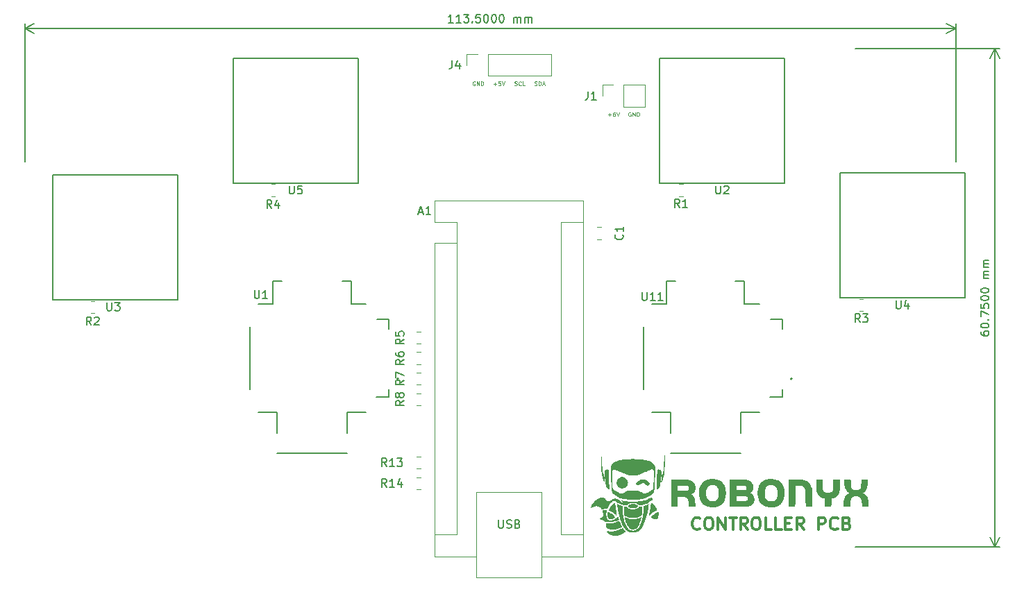
<source format=gto>
%TF.GenerationSoftware,KiCad,Pcbnew,(6.0.9)*%
%TF.CreationDate,2023-07-24T19:50:03+10:00*%
%TF.ProjectId,Joysticks2.1,4a6f7973-7469-4636-9b73-322e312e6b69,rev?*%
%TF.SameCoordinates,PX3d09000PY568bc30*%
%TF.FileFunction,Legend,Top*%
%TF.FilePolarity,Positive*%
%FSLAX46Y46*%
G04 Gerber Fmt 4.6, Leading zero omitted, Abs format (unit mm)*
G04 Created by KiCad (PCBNEW (6.0.9)) date 2023-07-24 19:50:03*
%MOMM*%
%LPD*%
G01*
G04 APERTURE LIST*
%ADD10C,0.100000*%
%ADD11C,0.300000*%
%ADD12C,0.150000*%
%ADD13C,0.127000*%
%ADD14C,0.200000*%
%ADD15C,0.120000*%
G04 APERTURE END LIST*
D10*
X31869047Y15500000D02*
X31821428Y15523810D01*
X31750000Y15523810D01*
X31678571Y15500000D01*
X31630952Y15452381D01*
X31607142Y15404762D01*
X31583333Y15309524D01*
X31583333Y15238096D01*
X31607142Y15142858D01*
X31630952Y15095239D01*
X31678571Y15047620D01*
X31750000Y15023810D01*
X31797619Y15023810D01*
X31869047Y15047620D01*
X31892857Y15071429D01*
X31892857Y15238096D01*
X31797619Y15238096D01*
X32107142Y15023810D02*
X32107142Y15523810D01*
X32392857Y15023810D01*
X32392857Y15523810D01*
X32630952Y15023810D02*
X32630952Y15523810D01*
X32750000Y15523810D01*
X32821428Y15500000D01*
X32869047Y15452381D01*
X32892857Y15404762D01*
X32916666Y15309524D01*
X32916666Y15238096D01*
X32892857Y15142858D01*
X32869047Y15095239D01*
X32821428Y15047620D01*
X32750000Y15023810D01*
X32630952Y15023810D01*
X36714761Y15047620D02*
X36786190Y15023810D01*
X36905238Y15023810D01*
X36952857Y15047620D01*
X36976666Y15071429D01*
X37000476Y15119048D01*
X37000476Y15166667D01*
X36976666Y15214286D01*
X36952857Y15238096D01*
X36905238Y15261905D01*
X36810000Y15285715D01*
X36762380Y15309524D01*
X36738571Y15333334D01*
X36714761Y15380953D01*
X36714761Y15428572D01*
X36738571Y15476191D01*
X36762380Y15500000D01*
X36810000Y15523810D01*
X36929047Y15523810D01*
X37000476Y15500000D01*
X37500476Y15071429D02*
X37476666Y15047620D01*
X37405238Y15023810D01*
X37357619Y15023810D01*
X37286190Y15047620D01*
X37238571Y15095239D01*
X37214761Y15142858D01*
X37190952Y15238096D01*
X37190952Y15309524D01*
X37214761Y15404762D01*
X37238571Y15452381D01*
X37286190Y15500000D01*
X37357619Y15523810D01*
X37405238Y15523810D01*
X37476666Y15500000D01*
X37500476Y15476191D01*
X37952857Y15023810D02*
X37714761Y15023810D01*
X37714761Y15523810D01*
X48107142Y11464286D02*
X48488095Y11464286D01*
X48297619Y11273810D02*
X48297619Y11654762D01*
X48940476Y11773810D02*
X48845238Y11773810D01*
X48797619Y11750000D01*
X48773809Y11726191D01*
X48726190Y11654762D01*
X48702380Y11559524D01*
X48702380Y11369048D01*
X48726190Y11321429D01*
X48750000Y11297620D01*
X48797619Y11273810D01*
X48892857Y11273810D01*
X48940476Y11297620D01*
X48964285Y11321429D01*
X48988095Y11369048D01*
X48988095Y11488096D01*
X48964285Y11535715D01*
X48940476Y11559524D01*
X48892857Y11583334D01*
X48797619Y11583334D01*
X48750000Y11559524D01*
X48726190Y11535715D01*
X48702380Y11488096D01*
X49130952Y11773810D02*
X49297619Y11273810D01*
X49464285Y11773810D01*
X34107142Y15214286D02*
X34488095Y15214286D01*
X34297619Y15023810D02*
X34297619Y15404762D01*
X34964285Y15523810D02*
X34726190Y15523810D01*
X34702380Y15285715D01*
X34726190Y15309524D01*
X34773809Y15333334D01*
X34892857Y15333334D01*
X34940476Y15309524D01*
X34964285Y15285715D01*
X34988095Y15238096D01*
X34988095Y15119048D01*
X34964285Y15071429D01*
X34940476Y15047620D01*
X34892857Y15023810D01*
X34773809Y15023810D01*
X34726190Y15047620D01*
X34702380Y15071429D01*
X35130952Y15523810D02*
X35297619Y15023810D01*
X35464285Y15523810D01*
D11*
X59321428Y-39035714D02*
X59250000Y-39107142D01*
X59035714Y-39178571D01*
X58892857Y-39178571D01*
X58678571Y-39107142D01*
X58535714Y-38964285D01*
X58464285Y-38821428D01*
X58392857Y-38535714D01*
X58392857Y-38321428D01*
X58464285Y-38035714D01*
X58535714Y-37892857D01*
X58678571Y-37750000D01*
X58892857Y-37678571D01*
X59035714Y-37678571D01*
X59250000Y-37750000D01*
X59321428Y-37821428D01*
X60250000Y-37678571D02*
X60535714Y-37678571D01*
X60678571Y-37750000D01*
X60821428Y-37892857D01*
X60892857Y-38178571D01*
X60892857Y-38678571D01*
X60821428Y-38964285D01*
X60678571Y-39107142D01*
X60535714Y-39178571D01*
X60250000Y-39178571D01*
X60107142Y-39107142D01*
X59964285Y-38964285D01*
X59892857Y-38678571D01*
X59892857Y-38178571D01*
X59964285Y-37892857D01*
X60107142Y-37750000D01*
X60250000Y-37678571D01*
X61535714Y-39178571D02*
X61535714Y-37678571D01*
X62392857Y-39178571D01*
X62392857Y-37678571D01*
X62892857Y-37678571D02*
X63750000Y-37678571D01*
X63321428Y-39178571D02*
X63321428Y-37678571D01*
X65107142Y-39178571D02*
X64607142Y-38464285D01*
X64250000Y-39178571D02*
X64250000Y-37678571D01*
X64821428Y-37678571D01*
X64964285Y-37750000D01*
X65035714Y-37821428D01*
X65107142Y-37964285D01*
X65107142Y-38178571D01*
X65035714Y-38321428D01*
X64964285Y-38392857D01*
X64821428Y-38464285D01*
X64250000Y-38464285D01*
X66035714Y-37678571D02*
X66321428Y-37678571D01*
X66464285Y-37750000D01*
X66607142Y-37892857D01*
X66678571Y-38178571D01*
X66678571Y-38678571D01*
X66607142Y-38964285D01*
X66464285Y-39107142D01*
X66321428Y-39178571D01*
X66035714Y-39178571D01*
X65892857Y-39107142D01*
X65750000Y-38964285D01*
X65678571Y-38678571D01*
X65678571Y-38178571D01*
X65750000Y-37892857D01*
X65892857Y-37750000D01*
X66035714Y-37678571D01*
X68035714Y-39178571D02*
X67321428Y-39178571D01*
X67321428Y-37678571D01*
X69250000Y-39178571D02*
X68535714Y-39178571D01*
X68535714Y-37678571D01*
X69750000Y-38392857D02*
X70250000Y-38392857D01*
X70464285Y-39178571D02*
X69750000Y-39178571D01*
X69750000Y-37678571D01*
X70464285Y-37678571D01*
X71964285Y-39178571D02*
X71464285Y-38464285D01*
X71107142Y-39178571D02*
X71107142Y-37678571D01*
X71678571Y-37678571D01*
X71821428Y-37750000D01*
X71892857Y-37821428D01*
X71964285Y-37964285D01*
X71964285Y-38178571D01*
X71892857Y-38321428D01*
X71821428Y-38392857D01*
X71678571Y-38464285D01*
X71107142Y-38464285D01*
X73750000Y-39178571D02*
X73750000Y-37678571D01*
X74321428Y-37678571D01*
X74464285Y-37750000D01*
X74535714Y-37821428D01*
X74607142Y-37964285D01*
X74607142Y-38178571D01*
X74535714Y-38321428D01*
X74464285Y-38392857D01*
X74321428Y-38464285D01*
X73750000Y-38464285D01*
X76107142Y-39035714D02*
X76035714Y-39107142D01*
X75821428Y-39178571D01*
X75678571Y-39178571D01*
X75464285Y-39107142D01*
X75321428Y-38964285D01*
X75250000Y-38821428D01*
X75178571Y-38535714D01*
X75178571Y-38321428D01*
X75250000Y-38035714D01*
X75321428Y-37892857D01*
X75464285Y-37750000D01*
X75678571Y-37678571D01*
X75821428Y-37678571D01*
X76035714Y-37750000D01*
X76107142Y-37821428D01*
X77250000Y-38392857D02*
X77464285Y-38464285D01*
X77535714Y-38535714D01*
X77607142Y-38678571D01*
X77607142Y-38892857D01*
X77535714Y-39035714D01*
X77464285Y-39107142D01*
X77321428Y-39178571D01*
X76750000Y-39178571D01*
X76750000Y-37678571D01*
X77250000Y-37678571D01*
X77392857Y-37750000D01*
X77464285Y-37821428D01*
X77535714Y-37964285D01*
X77535714Y-38107142D01*
X77464285Y-38250000D01*
X77392857Y-38321428D01*
X77250000Y-38392857D01*
X76750000Y-38392857D01*
D10*
X50869047Y11750000D02*
X50821428Y11773810D01*
X50750000Y11773810D01*
X50678571Y11750000D01*
X50630952Y11702381D01*
X50607142Y11654762D01*
X50583333Y11559524D01*
X50583333Y11488096D01*
X50607142Y11392858D01*
X50630952Y11345239D01*
X50678571Y11297620D01*
X50750000Y11273810D01*
X50797619Y11273810D01*
X50869047Y11297620D01*
X50892857Y11321429D01*
X50892857Y11488096D01*
X50797619Y11488096D01*
X51107142Y11273810D02*
X51107142Y11773810D01*
X51392857Y11273810D01*
X51392857Y11773810D01*
X51630952Y11273810D02*
X51630952Y11773810D01*
X51750000Y11773810D01*
X51821428Y11750000D01*
X51869047Y11702381D01*
X51892857Y11654762D01*
X51916666Y11559524D01*
X51916666Y11488096D01*
X51892857Y11392858D01*
X51869047Y11345239D01*
X51821428Y11297620D01*
X51750000Y11273810D01*
X51630952Y11273810D01*
X39142857Y15047620D02*
X39214285Y15023810D01*
X39333333Y15023810D01*
X39380952Y15047620D01*
X39404761Y15071429D01*
X39428571Y15119048D01*
X39428571Y15166667D01*
X39404761Y15214286D01*
X39380952Y15238096D01*
X39333333Y15261905D01*
X39238095Y15285715D01*
X39190476Y15309524D01*
X39166666Y15333334D01*
X39142857Y15380953D01*
X39142857Y15428572D01*
X39166666Y15476191D01*
X39190476Y15500000D01*
X39238095Y15523810D01*
X39357142Y15523810D01*
X39428571Y15500000D01*
X39642857Y15023810D02*
X39642857Y15523810D01*
X39761904Y15523810D01*
X39833333Y15500000D01*
X39880952Y15452381D01*
X39904761Y15404762D01*
X39928571Y15309524D01*
X39928571Y15238096D01*
X39904761Y15142858D01*
X39880952Y15095239D01*
X39833333Y15047620D01*
X39761904Y15023810D01*
X39642857Y15023810D01*
X40119047Y15166667D02*
X40357142Y15166667D01*
X40071428Y15023810D02*
X40238095Y15523810D01*
X40404761Y15023810D01*
D12*
X93552380Y-15017857D02*
X93552380Y-15208333D01*
X93600000Y-15303571D01*
X93647619Y-15351190D01*
X93790476Y-15446428D01*
X93980952Y-15494047D01*
X94361904Y-15494047D01*
X94457142Y-15446428D01*
X94504761Y-15398809D01*
X94552380Y-15303571D01*
X94552380Y-15113095D01*
X94504761Y-15017857D01*
X94457142Y-14970238D01*
X94361904Y-14922619D01*
X94123809Y-14922619D01*
X94028571Y-14970238D01*
X93980952Y-15017857D01*
X93933333Y-15113095D01*
X93933333Y-15303571D01*
X93980952Y-15398809D01*
X94028571Y-15446428D01*
X94123809Y-15494047D01*
X93552380Y-14303571D02*
X93552380Y-14208333D01*
X93600000Y-14113095D01*
X93647619Y-14065476D01*
X93742857Y-14017857D01*
X93933333Y-13970238D01*
X94171428Y-13970238D01*
X94361904Y-14017857D01*
X94457142Y-14065476D01*
X94504761Y-14113095D01*
X94552380Y-14208333D01*
X94552380Y-14303571D01*
X94504761Y-14398809D01*
X94457142Y-14446428D01*
X94361904Y-14494047D01*
X94171428Y-14541666D01*
X93933333Y-14541666D01*
X93742857Y-14494047D01*
X93647619Y-14446428D01*
X93600000Y-14398809D01*
X93552380Y-14303571D01*
X94457142Y-13541666D02*
X94504761Y-13494047D01*
X94552380Y-13541666D01*
X94504761Y-13589285D01*
X94457142Y-13541666D01*
X94552380Y-13541666D01*
X93552380Y-13160714D02*
X93552380Y-12494047D01*
X94552380Y-12922619D01*
X93552380Y-11636904D02*
X93552380Y-12113095D01*
X94028571Y-12160714D01*
X93980952Y-12113095D01*
X93933333Y-12017857D01*
X93933333Y-11779761D01*
X93980952Y-11684523D01*
X94028571Y-11636904D01*
X94123809Y-11589285D01*
X94361904Y-11589285D01*
X94457142Y-11636904D01*
X94504761Y-11684523D01*
X94552380Y-11779761D01*
X94552380Y-12017857D01*
X94504761Y-12113095D01*
X94457142Y-12160714D01*
X93552380Y-10970238D02*
X93552380Y-10875000D01*
X93600000Y-10779761D01*
X93647619Y-10732142D01*
X93742857Y-10684523D01*
X93933333Y-10636904D01*
X94171428Y-10636904D01*
X94361904Y-10684523D01*
X94457142Y-10732142D01*
X94504761Y-10779761D01*
X94552380Y-10875000D01*
X94552380Y-10970238D01*
X94504761Y-11065476D01*
X94457142Y-11113095D01*
X94361904Y-11160714D01*
X94171428Y-11208333D01*
X93933333Y-11208333D01*
X93742857Y-11160714D01*
X93647619Y-11113095D01*
X93600000Y-11065476D01*
X93552380Y-10970238D01*
X93552380Y-10017857D02*
X93552380Y-9922619D01*
X93600000Y-9827380D01*
X93647619Y-9779761D01*
X93742857Y-9732142D01*
X93933333Y-9684523D01*
X94171428Y-9684523D01*
X94361904Y-9732142D01*
X94457142Y-9779761D01*
X94504761Y-9827380D01*
X94552380Y-9922619D01*
X94552380Y-10017857D01*
X94504761Y-10113095D01*
X94457142Y-10160714D01*
X94361904Y-10208333D01*
X94171428Y-10255952D01*
X93933333Y-10255952D01*
X93742857Y-10208333D01*
X93647619Y-10160714D01*
X93600000Y-10113095D01*
X93552380Y-10017857D01*
X94552380Y-8494047D02*
X93885714Y-8494047D01*
X93980952Y-8494047D02*
X93933333Y-8446428D01*
X93885714Y-8351190D01*
X93885714Y-8208333D01*
X93933333Y-8113095D01*
X94028571Y-8065476D01*
X94552380Y-8065476D01*
X94028571Y-8065476D02*
X93933333Y-8017857D01*
X93885714Y-7922619D01*
X93885714Y-7779761D01*
X93933333Y-7684523D01*
X94028571Y-7636904D01*
X94552380Y-7636904D01*
X94552380Y-7160714D02*
X93885714Y-7160714D01*
X93980952Y-7160714D02*
X93933333Y-7113095D01*
X93885714Y-7017857D01*
X93885714Y-6875000D01*
X93933333Y-6779761D01*
X94028571Y-6732142D01*
X94552380Y-6732142D01*
X94028571Y-6732142D02*
X93933333Y-6684523D01*
X93885714Y-6589285D01*
X93885714Y-6446428D01*
X93933333Y-6351190D01*
X94028571Y-6303571D01*
X94552380Y-6303571D01*
X78250000Y19500000D02*
X95836420Y19500000D01*
X78250000Y-41250000D02*
X95836420Y-41250000D01*
X95250000Y19500000D02*
X95250000Y-41250000D01*
X95250000Y19500000D02*
X95250000Y-41250000D01*
X95250000Y19500000D02*
X94663579Y18373496D01*
X95250000Y19500000D02*
X95836421Y18373496D01*
X95250000Y-41250000D02*
X95836421Y-40123496D01*
X95250000Y-41250000D02*
X94663579Y-40123496D01*
X29226190Y22697620D02*
X28654761Y22697620D01*
X28940476Y22697620D02*
X28940476Y23697620D01*
X28845238Y23554762D01*
X28750000Y23459524D01*
X28654761Y23411905D01*
X30178571Y22697620D02*
X29607142Y22697620D01*
X29892857Y22697620D02*
X29892857Y23697620D01*
X29797619Y23554762D01*
X29702380Y23459524D01*
X29607142Y23411905D01*
X30511904Y23697620D02*
X31130952Y23697620D01*
X30797619Y23316667D01*
X30940476Y23316667D01*
X31035714Y23269048D01*
X31083333Y23221429D01*
X31130952Y23126191D01*
X31130952Y22888096D01*
X31083333Y22792858D01*
X31035714Y22745239D01*
X30940476Y22697620D01*
X30654761Y22697620D01*
X30559523Y22745239D01*
X30511904Y22792858D01*
X31559523Y22792858D02*
X31607142Y22745239D01*
X31559523Y22697620D01*
X31511904Y22745239D01*
X31559523Y22792858D01*
X31559523Y22697620D01*
X32511904Y23697620D02*
X32035714Y23697620D01*
X31988095Y23221429D01*
X32035714Y23269048D01*
X32130952Y23316667D01*
X32369047Y23316667D01*
X32464285Y23269048D01*
X32511904Y23221429D01*
X32559523Y23126191D01*
X32559523Y22888096D01*
X32511904Y22792858D01*
X32464285Y22745239D01*
X32369047Y22697620D01*
X32130952Y22697620D01*
X32035714Y22745239D01*
X31988095Y22792858D01*
X33178571Y23697620D02*
X33273809Y23697620D01*
X33369047Y23650000D01*
X33416666Y23602381D01*
X33464285Y23507143D01*
X33511904Y23316667D01*
X33511904Y23078572D01*
X33464285Y22888096D01*
X33416666Y22792858D01*
X33369047Y22745239D01*
X33273809Y22697620D01*
X33178571Y22697620D01*
X33083333Y22745239D01*
X33035714Y22792858D01*
X32988095Y22888096D01*
X32940476Y23078572D01*
X32940476Y23316667D01*
X32988095Y23507143D01*
X33035714Y23602381D01*
X33083333Y23650000D01*
X33178571Y23697620D01*
X34130952Y23697620D02*
X34226190Y23697620D01*
X34321428Y23650000D01*
X34369047Y23602381D01*
X34416666Y23507143D01*
X34464285Y23316667D01*
X34464285Y23078572D01*
X34416666Y22888096D01*
X34369047Y22792858D01*
X34321428Y22745239D01*
X34226190Y22697620D01*
X34130952Y22697620D01*
X34035714Y22745239D01*
X33988095Y22792858D01*
X33940476Y22888096D01*
X33892857Y23078572D01*
X33892857Y23316667D01*
X33940476Y23507143D01*
X33988095Y23602381D01*
X34035714Y23650000D01*
X34130952Y23697620D01*
X35083333Y23697620D02*
X35178571Y23697620D01*
X35273809Y23650000D01*
X35321428Y23602381D01*
X35369047Y23507143D01*
X35416666Y23316667D01*
X35416666Y23078572D01*
X35369047Y22888096D01*
X35321428Y22792858D01*
X35273809Y22745239D01*
X35178571Y22697620D01*
X35083333Y22697620D01*
X34988095Y22745239D01*
X34940476Y22792858D01*
X34892857Y22888096D01*
X34845238Y23078572D01*
X34845238Y23316667D01*
X34892857Y23507143D01*
X34940476Y23602381D01*
X34988095Y23650000D01*
X35083333Y23697620D01*
X36607142Y22697620D02*
X36607142Y23364286D01*
X36607142Y23269048D02*
X36654761Y23316667D01*
X36750000Y23364286D01*
X36892857Y23364286D01*
X36988095Y23316667D01*
X37035714Y23221429D01*
X37035714Y22697620D01*
X37035714Y23221429D02*
X37083333Y23316667D01*
X37178571Y23364286D01*
X37321428Y23364286D01*
X37416666Y23316667D01*
X37464285Y23221429D01*
X37464285Y22697620D01*
X37940476Y22697620D02*
X37940476Y23364286D01*
X37940476Y23269048D02*
X37988095Y23316667D01*
X38083333Y23364286D01*
X38226190Y23364286D01*
X38321428Y23316667D01*
X38369047Y23221429D01*
X38369047Y22697620D01*
X38369047Y23221429D02*
X38416666Y23316667D01*
X38511904Y23364286D01*
X38654761Y23364286D01*
X38750000Y23316667D01*
X38797619Y23221429D01*
X38797619Y22697620D01*
X-23000000Y5750000D02*
X-23000000Y22586420D01*
X90500000Y5750000D02*
X90500000Y22586420D01*
X-23000000Y22000000D02*
X90500000Y22000000D01*
X-23000000Y22000000D02*
X90500000Y22000000D01*
X-23000000Y22000000D02*
X-21873496Y21413579D01*
X-23000000Y22000000D02*
X-21873496Y22586421D01*
X90500000Y22000000D02*
X89373496Y22586421D01*
X90500000Y22000000D02*
X89373496Y21413579D01*
%TO.C,U1*%
X4988095Y-9952380D02*
X4988095Y-10761904D01*
X5035714Y-10857142D01*
X5083333Y-10904761D01*
X5178571Y-10952380D01*
X5369047Y-10952380D01*
X5464285Y-10904761D01*
X5511904Y-10857142D01*
X5559523Y-10761904D01*
X5559523Y-9952380D01*
X6559523Y-10952380D02*
X5988095Y-10952380D01*
X6273809Y-10952380D02*
X6273809Y-9952380D01*
X6178571Y-10095238D01*
X6083333Y-10190476D01*
X5988095Y-10238095D01*
%TO.C,R2*%
X-14916667Y-14202380D02*
X-15250000Y-13726190D01*
X-15488096Y-14202380D02*
X-15488096Y-13202380D01*
X-15107143Y-13202380D01*
X-15011905Y-13250000D01*
X-14964286Y-13297619D01*
X-14916667Y-13392857D01*
X-14916667Y-13535714D01*
X-14964286Y-13630952D01*
X-15011905Y-13678571D01*
X-15107143Y-13726190D01*
X-15488096Y-13726190D01*
X-14535715Y-13297619D02*
X-14488096Y-13250000D01*
X-14392858Y-13202380D01*
X-14154762Y-13202380D01*
X-14059524Y-13250000D01*
X-14011905Y-13297619D01*
X-13964286Y-13392857D01*
X-13964286Y-13488095D01*
X-14011905Y-13630952D01*
X-14583334Y-14202380D01*
X-13964286Y-14202380D01*
%TO.C,U11*%
X52261904Y-10202380D02*
X52261904Y-11011904D01*
X52309523Y-11107142D01*
X52357142Y-11154761D01*
X52452380Y-11202380D01*
X52642857Y-11202380D01*
X52738095Y-11154761D01*
X52785714Y-11107142D01*
X52833333Y-11011904D01*
X52833333Y-10202380D01*
X53833333Y-11202380D02*
X53261904Y-11202380D01*
X53547619Y-11202380D02*
X53547619Y-10202380D01*
X53452380Y-10345238D01*
X53357142Y-10440476D01*
X53261904Y-10488095D01*
X54785714Y-11202380D02*
X54214285Y-11202380D01*
X54500000Y-11202380D02*
X54500000Y-10202380D01*
X54404761Y-10345238D01*
X54309523Y-10440476D01*
X54214285Y-10488095D01*
%TO.C,R8*%
X23202380Y-23416666D02*
X22726190Y-23750000D01*
X23202380Y-23988095D02*
X22202380Y-23988095D01*
X22202380Y-23607142D01*
X22250000Y-23511904D01*
X22297619Y-23464285D01*
X22392857Y-23416666D01*
X22535714Y-23416666D01*
X22630952Y-23464285D01*
X22678571Y-23511904D01*
X22726190Y-23607142D01*
X22726190Y-23988095D01*
X22630952Y-22845238D02*
X22583333Y-22940476D01*
X22535714Y-22988095D01*
X22440476Y-23035714D01*
X22392857Y-23035714D01*
X22297619Y-22988095D01*
X22250000Y-22940476D01*
X22202380Y-22845238D01*
X22202380Y-22654761D01*
X22250000Y-22559523D01*
X22297619Y-22511904D01*
X22392857Y-22464285D01*
X22440476Y-22464285D01*
X22535714Y-22511904D01*
X22583333Y-22559523D01*
X22630952Y-22654761D01*
X22630952Y-22845238D01*
X22678571Y-22940476D01*
X22726190Y-22988095D01*
X22821428Y-23035714D01*
X23011904Y-23035714D01*
X23107142Y-22988095D01*
X23154761Y-22940476D01*
X23202380Y-22845238D01*
X23202380Y-22654761D01*
X23154761Y-22559523D01*
X23107142Y-22511904D01*
X23011904Y-22464285D01*
X22821428Y-22464285D01*
X22726190Y-22511904D01*
X22678571Y-22559523D01*
X22630952Y-22654761D01*
%TO.C,U2*%
X61238095Y2797620D02*
X61238095Y1988096D01*
X61285714Y1892858D01*
X61333333Y1845239D01*
X61428571Y1797620D01*
X61619047Y1797620D01*
X61714285Y1845239D01*
X61761904Y1892858D01*
X61809523Y1988096D01*
X61809523Y2797620D01*
X62238095Y2702381D02*
X62285714Y2750000D01*
X62380952Y2797620D01*
X62619047Y2797620D01*
X62714285Y2750000D01*
X62761904Y2702381D01*
X62809523Y2607143D01*
X62809523Y2511905D01*
X62761904Y2369048D01*
X62190476Y1797620D01*
X62809523Y1797620D01*
%TO.C,U3*%
X-13011905Y-11452380D02*
X-13011905Y-12261904D01*
X-12964286Y-12357142D01*
X-12916667Y-12404761D01*
X-12821429Y-12452380D01*
X-12630953Y-12452380D01*
X-12535715Y-12404761D01*
X-12488096Y-12357142D01*
X-12440477Y-12261904D01*
X-12440477Y-11452380D01*
X-12059524Y-11452380D02*
X-11440477Y-11452380D01*
X-11773810Y-11833333D01*
X-11630953Y-11833333D01*
X-11535715Y-11880952D01*
X-11488096Y-11928571D01*
X-11440477Y-12023809D01*
X-11440477Y-12261904D01*
X-11488096Y-12357142D01*
X-11535715Y-12404761D01*
X-11630953Y-12452380D01*
X-11916667Y-12452380D01*
X-12011905Y-12404761D01*
X-12059524Y-12357142D01*
%TO.C,R14*%
X21107142Y-33952380D02*
X20773809Y-33476190D01*
X20535714Y-33952380D02*
X20535714Y-32952380D01*
X20916666Y-32952380D01*
X21011904Y-33000000D01*
X21059523Y-33047619D01*
X21107142Y-33142857D01*
X21107142Y-33285714D01*
X21059523Y-33380952D01*
X21011904Y-33428571D01*
X20916666Y-33476190D01*
X20535714Y-33476190D01*
X22059523Y-33952380D02*
X21488095Y-33952380D01*
X21773809Y-33952380D02*
X21773809Y-32952380D01*
X21678571Y-33095238D01*
X21583333Y-33190476D01*
X21488095Y-33238095D01*
X22916666Y-33285714D02*
X22916666Y-33952380D01*
X22678571Y-32904761D02*
X22440476Y-33619047D01*
X23059523Y-33619047D01*
%TO.C,A1*%
X25035714Y-416666D02*
X25511904Y-416666D01*
X24940476Y-702380D02*
X25273809Y297620D01*
X25607142Y-702380D01*
X26464285Y-702380D02*
X25892857Y-702380D01*
X26178571Y-702380D02*
X26178571Y297620D01*
X26083333Y154762D01*
X25988095Y59524D01*
X25892857Y11905D01*
X34748095Y-37962380D02*
X34748095Y-38771904D01*
X34795714Y-38867142D01*
X34843333Y-38914761D01*
X34938571Y-38962380D01*
X35129047Y-38962380D01*
X35224285Y-38914761D01*
X35271904Y-38867142D01*
X35319523Y-38771904D01*
X35319523Y-37962380D01*
X35748095Y-38914761D02*
X35890952Y-38962380D01*
X36129047Y-38962380D01*
X36224285Y-38914761D01*
X36271904Y-38867142D01*
X36319523Y-38771904D01*
X36319523Y-38676666D01*
X36271904Y-38581428D01*
X36224285Y-38533809D01*
X36129047Y-38486190D01*
X35938571Y-38438571D01*
X35843333Y-38390952D01*
X35795714Y-38343333D01*
X35748095Y-38248095D01*
X35748095Y-38152857D01*
X35795714Y-38057619D01*
X35843333Y-38010000D01*
X35938571Y-37962380D01*
X36176666Y-37962380D01*
X36319523Y-38010000D01*
X37081428Y-38438571D02*
X37224285Y-38486190D01*
X37271904Y-38533809D01*
X37319523Y-38629047D01*
X37319523Y-38771904D01*
X37271904Y-38867142D01*
X37224285Y-38914761D01*
X37129047Y-38962380D01*
X36748095Y-38962380D01*
X36748095Y-37962380D01*
X37081428Y-37962380D01*
X37176666Y-38010000D01*
X37224285Y-38057619D01*
X37271904Y-38152857D01*
X37271904Y-38248095D01*
X37224285Y-38343333D01*
X37176666Y-38390952D01*
X37081428Y-38438571D01*
X36748095Y-38438571D01*
%TO.C,C1*%
X49857142Y-3166666D02*
X49904761Y-3214285D01*
X49952380Y-3357142D01*
X49952380Y-3452380D01*
X49904761Y-3595238D01*
X49809523Y-3690476D01*
X49714285Y-3738095D01*
X49523809Y-3785714D01*
X49380952Y-3785714D01*
X49190476Y-3738095D01*
X49095238Y-3690476D01*
X49000000Y-3595238D01*
X48952380Y-3452380D01*
X48952380Y-3357142D01*
X49000000Y-3214285D01*
X49047619Y-3166666D01*
X49952380Y-2214285D02*
X49952380Y-2785714D01*
X49952380Y-2500000D02*
X48952380Y-2500000D01*
X49095238Y-2595238D01*
X49190476Y-2690476D01*
X49238095Y-2785714D01*
%TO.C,R13*%
X21107142Y-31452380D02*
X20773809Y-30976190D01*
X20535714Y-31452380D02*
X20535714Y-30452380D01*
X20916666Y-30452380D01*
X21011904Y-30500000D01*
X21059523Y-30547619D01*
X21107142Y-30642857D01*
X21107142Y-30785714D01*
X21059523Y-30880952D01*
X21011904Y-30928571D01*
X20916666Y-30976190D01*
X20535714Y-30976190D01*
X22059523Y-31452380D02*
X21488095Y-31452380D01*
X21773809Y-31452380D02*
X21773809Y-30452380D01*
X21678571Y-30595238D01*
X21583333Y-30690476D01*
X21488095Y-30738095D01*
X22392857Y-30452380D02*
X23011904Y-30452380D01*
X22678571Y-30833333D01*
X22821428Y-30833333D01*
X22916666Y-30880952D01*
X22964285Y-30928571D01*
X23011904Y-31023809D01*
X23011904Y-31261904D01*
X22964285Y-31357142D01*
X22916666Y-31404761D01*
X22821428Y-31452380D01*
X22535714Y-31452380D01*
X22440476Y-31404761D01*
X22392857Y-31357142D01*
%TO.C,R4*%
X7083333Y47620D02*
X6750000Y523810D01*
X6511904Y47620D02*
X6511904Y1047620D01*
X6892857Y1047620D01*
X6988095Y1000000D01*
X7035714Y952381D01*
X7083333Y857143D01*
X7083333Y714286D01*
X7035714Y619048D01*
X6988095Y571429D01*
X6892857Y523810D01*
X6511904Y523810D01*
X7940476Y714286D02*
X7940476Y47620D01*
X7702380Y1095239D02*
X7464285Y380953D01*
X8083333Y380953D01*
%TO.C,U4*%
X83238095Y-11202380D02*
X83238095Y-12011904D01*
X83285714Y-12107142D01*
X83333333Y-12154761D01*
X83428571Y-12202380D01*
X83619047Y-12202380D01*
X83714285Y-12154761D01*
X83761904Y-12107142D01*
X83809523Y-12011904D01*
X83809523Y-11202380D01*
X84714285Y-11535714D02*
X84714285Y-12202380D01*
X84476190Y-11154761D02*
X84238095Y-11869047D01*
X84857142Y-11869047D01*
%TO.C,U5*%
X9238095Y2797620D02*
X9238095Y1988096D01*
X9285714Y1892858D01*
X9333333Y1845239D01*
X9428571Y1797620D01*
X9619047Y1797620D01*
X9714285Y1845239D01*
X9761904Y1892858D01*
X9809523Y1988096D01*
X9809523Y2797620D01*
X10761904Y2797620D02*
X10285714Y2797620D01*
X10238095Y2321429D01*
X10285714Y2369048D01*
X10380952Y2416667D01*
X10619047Y2416667D01*
X10714285Y2369048D01*
X10761904Y2321429D01*
X10809523Y2226191D01*
X10809523Y1988096D01*
X10761904Y1892858D01*
X10714285Y1845239D01*
X10619047Y1797620D01*
X10380952Y1797620D01*
X10285714Y1845239D01*
X10238095Y1892858D01*
%TO.C,R5*%
X23202380Y-15916666D02*
X22726190Y-16250000D01*
X23202380Y-16488095D02*
X22202380Y-16488095D01*
X22202380Y-16107142D01*
X22250000Y-16011904D01*
X22297619Y-15964285D01*
X22392857Y-15916666D01*
X22535714Y-15916666D01*
X22630952Y-15964285D01*
X22678571Y-16011904D01*
X22726190Y-16107142D01*
X22726190Y-16488095D01*
X22202380Y-15011904D02*
X22202380Y-15488095D01*
X22678571Y-15535714D01*
X22630952Y-15488095D01*
X22583333Y-15392857D01*
X22583333Y-15154761D01*
X22630952Y-15059523D01*
X22678571Y-15011904D01*
X22773809Y-14964285D01*
X23011904Y-14964285D01*
X23107142Y-15011904D01*
X23154761Y-15059523D01*
X23202380Y-15154761D01*
X23202380Y-15392857D01*
X23154761Y-15488095D01*
X23107142Y-15535714D01*
%TO.C,R6*%
X23202380Y-18416666D02*
X22726190Y-18750000D01*
X23202380Y-18988095D02*
X22202380Y-18988095D01*
X22202380Y-18607142D01*
X22250000Y-18511904D01*
X22297619Y-18464285D01*
X22392857Y-18416666D01*
X22535714Y-18416666D01*
X22630952Y-18464285D01*
X22678571Y-18511904D01*
X22726190Y-18607142D01*
X22726190Y-18988095D01*
X22202380Y-17559523D02*
X22202380Y-17750000D01*
X22250000Y-17845238D01*
X22297619Y-17892857D01*
X22440476Y-17988095D01*
X22630952Y-18035714D01*
X23011904Y-18035714D01*
X23107142Y-17988095D01*
X23154761Y-17940476D01*
X23202380Y-17845238D01*
X23202380Y-17654761D01*
X23154761Y-17559523D01*
X23107142Y-17511904D01*
X23011904Y-17464285D01*
X22773809Y-17464285D01*
X22678571Y-17511904D01*
X22630952Y-17559523D01*
X22583333Y-17654761D01*
X22583333Y-17845238D01*
X22630952Y-17940476D01*
X22678571Y-17988095D01*
X22773809Y-18035714D01*
%TO.C,J1*%
X45666666Y14297620D02*
X45666666Y13583334D01*
X45619047Y13440477D01*
X45523809Y13345239D01*
X45380952Y13297620D01*
X45285714Y13297620D01*
X46666666Y13297620D02*
X46095238Y13297620D01*
X46380952Y13297620D02*
X46380952Y14297620D01*
X46285714Y14154762D01*
X46190476Y14059524D01*
X46095238Y14011905D01*
%TO.C,R3*%
X78833333Y-13852380D02*
X78500000Y-13376190D01*
X78261904Y-13852380D02*
X78261904Y-12852380D01*
X78642857Y-12852380D01*
X78738095Y-12900000D01*
X78785714Y-12947619D01*
X78833333Y-13042857D01*
X78833333Y-13185714D01*
X78785714Y-13280952D01*
X78738095Y-13328571D01*
X78642857Y-13376190D01*
X78261904Y-13376190D01*
X79166666Y-12852380D02*
X79785714Y-12852380D01*
X79452380Y-13233333D01*
X79595238Y-13233333D01*
X79690476Y-13280952D01*
X79738095Y-13328571D01*
X79785714Y-13423809D01*
X79785714Y-13661904D01*
X79738095Y-13757142D01*
X79690476Y-13804761D01*
X79595238Y-13852380D01*
X79309523Y-13852380D01*
X79214285Y-13804761D01*
X79166666Y-13757142D01*
%TO.C,R1*%
X56833333Y147620D02*
X56500000Y623810D01*
X56261904Y147620D02*
X56261904Y1147620D01*
X56642857Y1147620D01*
X56738095Y1100000D01*
X56785714Y1052381D01*
X56833333Y957143D01*
X56833333Y814286D01*
X56785714Y719048D01*
X56738095Y671429D01*
X56642857Y623810D01*
X56261904Y623810D01*
X57785714Y147620D02*
X57214285Y147620D01*
X57500000Y147620D02*
X57500000Y1147620D01*
X57404761Y1004762D01*
X57309523Y909524D01*
X57214285Y861905D01*
%TO.C,R7*%
X23202380Y-20916666D02*
X22726190Y-21250000D01*
X23202380Y-21488095D02*
X22202380Y-21488095D01*
X22202380Y-21107142D01*
X22250000Y-21011904D01*
X22297619Y-20964285D01*
X22392857Y-20916666D01*
X22535714Y-20916666D01*
X22630952Y-20964285D01*
X22678571Y-21011904D01*
X22726190Y-21107142D01*
X22726190Y-21488095D01*
X22202380Y-20583333D02*
X22202380Y-19916666D01*
X23202380Y-20345238D01*
%TO.C,J4*%
X29096666Y18072620D02*
X29096666Y17358334D01*
X29049047Y17215477D01*
X28953809Y17120239D01*
X28810952Y17072620D01*
X28715714Y17072620D01*
X30001428Y17739286D02*
X30001428Y17072620D01*
X29763333Y18120239D02*
X29525238Y17405953D01*
X30144285Y17405953D01*
D13*
%TO.C,U1*%
X16300000Y-27400000D02*
X16300000Y-24825000D01*
X16750000Y-8850000D02*
X16750000Y-11675000D01*
X16300000Y-24825000D02*
X18550000Y-24825000D01*
X19900000Y-13500000D02*
X21400000Y-13500000D01*
X16750000Y-11675000D02*
X18575000Y-11675000D01*
X8350000Y-8850000D02*
X7250000Y-8850000D01*
X7700000Y-29850000D02*
X16300000Y-29850000D01*
X21400000Y-23000000D02*
X19850000Y-23000000D01*
X15650000Y-8850000D02*
X16750000Y-8850000D01*
X7250000Y-11675000D02*
X5425000Y-11675000D01*
X7700000Y-24825000D02*
X7700000Y-27400000D01*
X21400000Y-22050000D02*
X21400000Y-23000000D01*
X7250000Y-8850000D02*
X7250000Y-11675000D01*
X5425000Y-24825000D02*
X7700000Y-24825000D01*
X21400000Y-13500000D02*
X21400000Y-14700000D01*
X4400000Y-14440000D02*
X4400000Y-22060000D01*
D14*
X22550000Y-20750000D02*
G75*
G03*
X22550000Y-20750000I-100000J0D01*
G01*
D15*
%TO.C,R2*%
X-14977064Y-12735000D02*
X-14522936Y-12735000D01*
X-14977064Y-11265000D02*
X-14522936Y-11265000D01*
D13*
%TO.C,U11*%
X69400000Y-13500000D02*
X69400000Y-14700000D01*
X55700000Y-24825000D02*
X55700000Y-27400000D01*
X56350000Y-8850000D02*
X55250000Y-8850000D01*
X52400000Y-14440000D02*
X52400000Y-22060000D01*
X63650000Y-8850000D02*
X64750000Y-8850000D01*
X55700000Y-29850000D02*
X64300000Y-29850000D01*
X69400000Y-22050000D02*
X69400000Y-23000000D01*
X67900000Y-13500000D02*
X69400000Y-13500000D01*
X64750000Y-11675000D02*
X66575000Y-11675000D01*
X55250000Y-8850000D02*
X55250000Y-11675000D01*
X64300000Y-24825000D02*
X66550000Y-24825000D01*
X64300000Y-27400000D02*
X64300000Y-24825000D01*
X64750000Y-8850000D02*
X64750000Y-11675000D01*
X55250000Y-11675000D02*
X53425000Y-11675000D01*
X69400000Y-23000000D02*
X67850000Y-23000000D01*
X53425000Y-24825000D02*
X55700000Y-24825000D01*
D14*
X70550000Y-20750000D02*
G75*
G03*
X70550000Y-20750000I-100000J0D01*
G01*
D15*
%TO.C,R8*%
X24772936Y-22515000D02*
X25227064Y-22515000D01*
X24772936Y-23985000D02*
X25227064Y-23985000D01*
D13*
%TO.C,U2*%
X54380000Y18370000D02*
X69620000Y18370000D01*
X54380000Y3130000D02*
X54380000Y18370000D01*
X69620000Y18370000D02*
X69620000Y3130000D01*
X69620000Y3130000D02*
X54380000Y3130000D01*
%TO.C,U3*%
X-19620000Y-11120000D02*
X-19620000Y4120000D01*
X-4380000Y-11120000D02*
X-19620000Y-11120000D01*
X-19620000Y4120000D02*
X-4380000Y4120000D01*
X-4380000Y4120000D02*
X-4380000Y-11120000D01*
D15*
%TO.C,R14*%
X24772936Y-34235000D02*
X25227064Y-34235000D01*
X24772936Y-32765000D02*
X25227064Y-32765000D01*
%TO.C,A1*%
X39950000Y-34570000D02*
X39950000Y-44990000D01*
X29660000Y-4220000D02*
X26990000Y-4220000D01*
X45030000Y-42450000D02*
X45030000Y990000D01*
X26990000Y-42450000D02*
X32070000Y-42450000D01*
X26990000Y990000D02*
X26990000Y-1680000D01*
X45030000Y990000D02*
X26990000Y990000D01*
X29660000Y-1680000D02*
X26990000Y-1680000D01*
X42360000Y-39780000D02*
X45030000Y-39780000D01*
X29660000Y-4220000D02*
X29660000Y-39780000D01*
X39950000Y-44990000D02*
X32070000Y-44990000D01*
X45030000Y-42450000D02*
X39950000Y-42450000D01*
X29660000Y-4220000D02*
X29660000Y-1680000D01*
X42360000Y-1680000D02*
X42360000Y-39780000D01*
X32070000Y-34570000D02*
X39950000Y-34570000D01*
X32070000Y-44990000D02*
X32070000Y-34570000D01*
X42360000Y-1680000D02*
X45030000Y-1680000D01*
X29660000Y-39780000D02*
X26990000Y-39780000D01*
X26990000Y-4220000D02*
X26990000Y-42450000D01*
%TO.C,C1*%
X46738748Y-3735000D02*
X47261252Y-3735000D01*
X46738748Y-2265000D02*
X47261252Y-2265000D01*
%TO.C,R13*%
X24772936Y-31735000D02*
X25227064Y-31735000D01*
X24772936Y-30265000D02*
X25227064Y-30265000D01*
%TO.C,G\u002A\u002A\u002A*%
G36*
X52263473Y-36318362D02*
G01*
X52266736Y-36331888D01*
X52269564Y-36363417D01*
X52271925Y-36409788D01*
X52273788Y-36467841D01*
X52275122Y-36534417D01*
X52275897Y-36606354D01*
X52276081Y-36680493D01*
X52275644Y-36753674D01*
X52274555Y-36822736D01*
X52272782Y-36884519D01*
X52270296Y-36935863D01*
X52269607Y-36946042D01*
X52261463Y-37048346D01*
X52252565Y-37142124D01*
X52243203Y-37225193D01*
X52233667Y-37295368D01*
X52224249Y-37350466D01*
X52215237Y-37388303D01*
X52208685Y-37404415D01*
X52184610Y-37430350D01*
X52143609Y-37461369D01*
X52088817Y-37495806D01*
X52023371Y-37531995D01*
X51950403Y-37568269D01*
X51873051Y-37602960D01*
X51794449Y-37634403D01*
X51739333Y-37653930D01*
X51655690Y-37680522D01*
X51580915Y-37700994D01*
X51509767Y-37716164D01*
X51437006Y-37726848D01*
X51357392Y-37733864D01*
X51265683Y-37738028D01*
X51189000Y-37739723D01*
X51119724Y-37740557D01*
X51055904Y-37740880D01*
X51001188Y-37740709D01*
X50959227Y-37740060D01*
X50933670Y-37738951D01*
X50929708Y-37738525D01*
X50793927Y-37715311D01*
X50672594Y-37687502D01*
X50559153Y-37653103D01*
X50447046Y-37610118D01*
X50329715Y-37556552D01*
X50326458Y-37554962D01*
X50250397Y-37516966D01*
X50191600Y-37485434D01*
X50147778Y-37458729D01*
X50116644Y-37435212D01*
X50095906Y-37413244D01*
X50083277Y-37391185D01*
X50078738Y-37377597D01*
X50063381Y-37303474D01*
X50050953Y-37208411D01*
X50041457Y-37092432D01*
X50034893Y-36955560D01*
X50031264Y-36797818D01*
X50030475Y-36679705D01*
X50030604Y-36595512D01*
X50031134Y-36518129D01*
X50032014Y-36450086D01*
X50033196Y-36393911D01*
X50034629Y-36352135D01*
X50036265Y-36327286D01*
X50037460Y-36321356D01*
X50049805Y-36320570D01*
X50079497Y-36322945D01*
X50123020Y-36328075D01*
X50176858Y-36335553D01*
X50227675Y-36343381D01*
X50294732Y-36354392D01*
X50344064Y-36363279D01*
X50378901Y-36370920D01*
X50402471Y-36378193D01*
X50418001Y-36385974D01*
X50428721Y-36395142D01*
X50432006Y-36398929D01*
X50487704Y-36463456D01*
X50538185Y-36513089D01*
X50588457Y-36551466D01*
X50643531Y-36582226D01*
X50708416Y-36609006D01*
X50733282Y-36617742D01*
X50808191Y-36641421D01*
X50877010Y-36658666D01*
X50945597Y-36670323D01*
X51019807Y-36677240D01*
X51105497Y-36680262D01*
X51167833Y-36680547D01*
X51238347Y-36679980D01*
X51292717Y-36678540D01*
X51335962Y-36675728D01*
X51373103Y-36671046D01*
X51409159Y-36663994D01*
X51449149Y-36654073D01*
X51458119Y-36651685D01*
X51517738Y-36633293D01*
X51583732Y-36609198D01*
X51644336Y-36583785D01*
X51659799Y-36576516D01*
X51699228Y-36556773D01*
X51730285Y-36539010D01*
X51757118Y-36519759D01*
X51783874Y-36495550D01*
X51814699Y-36462915D01*
X51853742Y-36418384D01*
X51866333Y-36403751D01*
X51877125Y-36392397D01*
X51889639Y-36383401D01*
X51907212Y-36375794D01*
X51933179Y-36368610D01*
X51970875Y-36360880D01*
X52023637Y-36351638D01*
X52075538Y-36343060D01*
X52135127Y-36333642D01*
X52187182Y-36326040D01*
X52228238Y-36320707D01*
X52254832Y-36318099D01*
X52263473Y-36318362D01*
G37*
G36*
X53083417Y-36011946D02*
G01*
X53081730Y-36035813D01*
X53076926Y-36078053D01*
X53069390Y-36136162D01*
X53059508Y-36207639D01*
X53047666Y-36289981D01*
X53034248Y-36380685D01*
X53019639Y-36477250D01*
X53004226Y-36577171D01*
X52988394Y-36677948D01*
X52972527Y-36777076D01*
X52957012Y-36872055D01*
X52942234Y-36960381D01*
X52928577Y-37039553D01*
X52916428Y-37107066D01*
X52907856Y-37152001D01*
X52852382Y-37407478D01*
X52789151Y-37653891D01*
X52718737Y-37889821D01*
X52641713Y-38113854D01*
X52558654Y-38324571D01*
X52470132Y-38520557D01*
X52376722Y-38700393D01*
X52278997Y-38862664D01*
X52177531Y-39005953D01*
X52136352Y-39057244D01*
X52024135Y-39179959D01*
X51908494Y-39282606D01*
X51787929Y-39366193D01*
X51660943Y-39431733D01*
X51526037Y-39480234D01*
X51497175Y-39488188D01*
X51456969Y-39498055D01*
X51419471Y-39505365D01*
X51380003Y-39510587D01*
X51333887Y-39514192D01*
X51276446Y-39516648D01*
X51203002Y-39518426D01*
X51194292Y-39518590D01*
X51086731Y-39519237D01*
X50998594Y-39516860D01*
X50930519Y-39511483D01*
X50908542Y-39508415D01*
X50756948Y-39473409D01*
X50614814Y-39419637D01*
X50481936Y-39346970D01*
X50358109Y-39255279D01*
X50243131Y-39144433D01*
X50142100Y-39021525D01*
X50080192Y-38935591D01*
X50019672Y-38847640D01*
X49963069Y-38761581D01*
X49912910Y-38681326D01*
X49871725Y-38610786D01*
X49849014Y-38568144D01*
X49797336Y-38457990D01*
X49743688Y-38330018D01*
X49689077Y-38187370D01*
X49634512Y-38033182D01*
X49581000Y-37870596D01*
X49529551Y-37702750D01*
X49481171Y-37532783D01*
X49436870Y-37363834D01*
X49397655Y-37199043D01*
X49373998Y-37088960D01*
X49363310Y-37033502D01*
X49351266Y-36965524D01*
X49338199Y-36887383D01*
X49324440Y-36801436D01*
X49310322Y-36710042D01*
X49296175Y-36615556D01*
X49282331Y-36520336D01*
X49269123Y-36426740D01*
X49256881Y-36337125D01*
X49245938Y-36253848D01*
X49236626Y-36179266D01*
X49229276Y-36115736D01*
X49224220Y-36065616D01*
X49221790Y-36031264D01*
X49222317Y-36015035D01*
X49222745Y-36014227D01*
X49233669Y-36016873D01*
X49257707Y-36029042D01*
X49290438Y-36048406D01*
X49304433Y-36057293D01*
X49405878Y-36115717D01*
X49519869Y-36167395D01*
X49649267Y-36213489D01*
X49784350Y-36251953D01*
X49824258Y-36262649D01*
X49856407Y-36272076D01*
X49875094Y-36278539D01*
X49876954Y-36279469D01*
X49879991Y-36291790D01*
X49882568Y-36323664D01*
X49884633Y-36373483D01*
X49886135Y-36439636D01*
X49887020Y-36520516D01*
X49887250Y-36595879D01*
X49890732Y-36834423D01*
X49901534Y-37056722D01*
X49920191Y-37266583D01*
X49947239Y-37467810D01*
X49983213Y-37664209D01*
X50028647Y-37859585D01*
X50084078Y-38057744D01*
X50100199Y-38110208D01*
X50168815Y-38313119D01*
X50241465Y-38495566D01*
X50318383Y-38657908D01*
X50399804Y-38800505D01*
X50485963Y-38923717D01*
X50577096Y-39027903D01*
X50673437Y-39113421D01*
X50775222Y-39180632D01*
X50813292Y-39200439D01*
X50933309Y-39247611D01*
X51054924Y-39274107D01*
X51176731Y-39280205D01*
X51297327Y-39266181D01*
X51415307Y-39232312D01*
X51529268Y-39178876D01*
X51637805Y-39106150D01*
X51735617Y-39018418D01*
X51818113Y-38922521D01*
X51897784Y-38807184D01*
X51974060Y-38674015D01*
X52046369Y-38524619D01*
X52114141Y-38360603D01*
X52176803Y-38183575D01*
X52233786Y-37995141D01*
X52284517Y-37796907D01*
X52328427Y-37590481D01*
X52364944Y-37377469D01*
X52392206Y-37171009D01*
X52398007Y-37112587D01*
X52402583Y-37049465D01*
X52406042Y-36978574D01*
X52408494Y-36896844D01*
X52410046Y-36801205D01*
X52410809Y-36688589D01*
X52410911Y-36643082D01*
X52411375Y-36276623D01*
X52490750Y-36258196D01*
X52622120Y-36222444D01*
X52750273Y-36177537D01*
X52870096Y-36125581D01*
X52976473Y-36068680D01*
X53022562Y-36039345D01*
X53054722Y-36019307D01*
X53075967Y-36009812D01*
X53083417Y-36011946D01*
G37*
G36*
X51221505Y-36043251D02*
G01*
X51310900Y-36049250D01*
X51386808Y-36060798D01*
X51389553Y-36061396D01*
X51476745Y-36084921D01*
X51555183Y-36114417D01*
X51622896Y-36148501D01*
X51677913Y-36185791D01*
X51718262Y-36224904D01*
X51741974Y-36264457D01*
X51747076Y-36303069D01*
X51745555Y-36311103D01*
X51726337Y-36349735D01*
X51689655Y-36389580D01*
X51638920Y-36428329D01*
X51577540Y-36463675D01*
X51508923Y-36493308D01*
X51449092Y-36511867D01*
X51318996Y-36536318D01*
X51179783Y-36546805D01*
X51038576Y-36542941D01*
X50982625Y-36537228D01*
X50888239Y-36520298D01*
X50799161Y-36494524D01*
X50718775Y-36461455D01*
X50650465Y-36422643D01*
X50597615Y-36379637D01*
X50572590Y-36349326D01*
X50556101Y-36308146D01*
X50559363Y-36265882D01*
X50581086Y-36223771D01*
X50619983Y-36183050D01*
X50674764Y-36144955D01*
X50744141Y-36110721D01*
X50826825Y-36081586D01*
X50861578Y-36072081D01*
X50938658Y-36057218D01*
X51028757Y-36047370D01*
X51125248Y-36042669D01*
X51221505Y-36043251D01*
G37*
G36*
X54327270Y-31826848D02*
G01*
X54400156Y-31837496D01*
X54463781Y-31855975D01*
X54513229Y-31881489D01*
X54522510Y-31888630D01*
X54545888Y-31910298D01*
X54563999Y-31933170D01*
X54577735Y-31960465D01*
X54587988Y-31995402D01*
X54595650Y-32041198D01*
X54601616Y-32101074D01*
X54606776Y-32178246D01*
X54607798Y-32196196D01*
X54611098Y-32266601D01*
X54613267Y-32336860D01*
X54614213Y-32401432D01*
X54613844Y-32454776D01*
X54612575Y-32485167D01*
X54607987Y-32541424D01*
X54601168Y-32613004D01*
X54592427Y-32697409D01*
X54582074Y-32792144D01*
X54570420Y-32894712D01*
X54557775Y-33002615D01*
X54544447Y-33113358D01*
X54530749Y-33224444D01*
X54516988Y-33333377D01*
X54503475Y-33437660D01*
X54490521Y-33534796D01*
X54478435Y-33622289D01*
X54467527Y-33697642D01*
X54458107Y-33758359D01*
X54450485Y-33801943D01*
X54447084Y-33818081D01*
X54420986Y-33897953D01*
X54382341Y-33975769D01*
X54333683Y-34048905D01*
X54277548Y-34114738D01*
X54216471Y-34170645D01*
X54152987Y-34214003D01*
X54089632Y-34242187D01*
X54028940Y-34252574D01*
X54027184Y-34252583D01*
X54013484Y-34251659D01*
X54006187Y-34245768D01*
X54003980Y-34230238D01*
X54005551Y-34200392D01*
X54007133Y-34181146D01*
X54008468Y-34160962D01*
X54010764Y-34121120D01*
X54013945Y-34063102D01*
X54017933Y-33988392D01*
X54022653Y-33898471D01*
X54028027Y-33794824D01*
X54033980Y-33678933D01*
X54040435Y-33552281D01*
X54047315Y-33416351D01*
X54054544Y-33272625D01*
X54062044Y-33122586D01*
X54069384Y-32974916D01*
X54125629Y-31840123D01*
X54173377Y-31832220D01*
X54250038Y-31824825D01*
X54327270Y-31826848D01*
G37*
G36*
X47293217Y-30098142D02*
G01*
X47298825Y-30117889D01*
X47304460Y-30150314D01*
X47310280Y-30196738D01*
X47316443Y-30258483D01*
X47323104Y-30336870D01*
X47330422Y-30433222D01*
X47338553Y-30548860D01*
X47342104Y-30601333D01*
X47356502Y-30812818D01*
X47370506Y-31012088D01*
X47384021Y-31197907D01*
X47396951Y-31369042D01*
X47409199Y-31524257D01*
X47420672Y-31662319D01*
X47431272Y-31781992D01*
X47440904Y-31882043D01*
X47442952Y-31901957D01*
X47451493Y-31979840D01*
X47459512Y-32041857D01*
X47468007Y-32093251D01*
X47477974Y-32139269D01*
X47490411Y-32185156D01*
X47506315Y-32236157D01*
X47506712Y-32237380D01*
X47527267Y-32297571D01*
X47543854Y-32339081D01*
X47557343Y-32363835D01*
X47568469Y-32373714D01*
X47582630Y-32379031D01*
X47594276Y-32386558D01*
X47603918Y-32398507D01*
X47612072Y-32417091D01*
X47619250Y-32444519D01*
X47625966Y-32483005D01*
X47632733Y-32534758D01*
X47640065Y-32601992D01*
X47648476Y-32686917D01*
X47653588Y-32740294D01*
X47667332Y-32885958D01*
X47678882Y-33011408D01*
X47688302Y-33117476D01*
X47695661Y-33204994D01*
X47701022Y-33274792D01*
X47704453Y-33327704D01*
X47706019Y-33364560D01*
X47705787Y-33386193D01*
X47705222Y-33390689D01*
X47700615Y-33397902D01*
X47690597Y-33392490D01*
X47672981Y-33372592D01*
X47652756Y-33346088D01*
X47595410Y-33257707D01*
X47542891Y-33153515D01*
X47495095Y-33033005D01*
X47451920Y-32895668D01*
X47413264Y-32740998D01*
X47379025Y-32568485D01*
X47349100Y-32377622D01*
X47323386Y-32167901D01*
X47301782Y-31938815D01*
X47284185Y-31689855D01*
X47272139Y-31458583D01*
X47269729Y-31392313D01*
X47267765Y-31313686D01*
X47266232Y-31224820D01*
X47265116Y-31127832D01*
X47264402Y-31024839D01*
X47264076Y-30917958D01*
X47264123Y-30809306D01*
X47264530Y-30701001D01*
X47265281Y-30595159D01*
X47266363Y-30493898D01*
X47267760Y-30399336D01*
X47269459Y-30313588D01*
X47271445Y-30238773D01*
X47273703Y-30177007D01*
X47276219Y-30130408D01*
X47278979Y-30101093D01*
X47281455Y-30091395D01*
X47287479Y-30089751D01*
X47293217Y-30098142D01*
G37*
G36*
X49924292Y-38977162D02*
G01*
X49938641Y-38987647D01*
X49961349Y-39011986D01*
X49989109Y-39046375D01*
X50014250Y-39080724D01*
X50050597Y-39129231D01*
X50095972Y-39184832D01*
X50144077Y-39240019D01*
X50181026Y-39279578D01*
X50279011Y-39380208D01*
X50244526Y-39409184D01*
X50206561Y-39439121D01*
X50155427Y-39476700D01*
X50096034Y-39518553D01*
X50033290Y-39561312D01*
X49972104Y-39601608D01*
X49917386Y-39636074D01*
X49890471Y-39652109D01*
X49735083Y-39734775D01*
X49585053Y-39799362D01*
X49436736Y-39846945D01*
X49286488Y-39878603D01*
X49130663Y-39895411D01*
X49056458Y-39898445D01*
X48995651Y-39899419D01*
X48939570Y-39899697D01*
X48892864Y-39899301D01*
X48860184Y-39898254D01*
X48850083Y-39897435D01*
X48729998Y-39876212D01*
X48603231Y-39842973D01*
X48478382Y-39800350D01*
X48364050Y-39750973D01*
X48352483Y-39745241D01*
X48294776Y-39713938D01*
X48233147Y-39676534D01*
X48170013Y-39634919D01*
X48107793Y-39590984D01*
X48048908Y-39546618D01*
X47995777Y-39503711D01*
X47950818Y-39464155D01*
X47916452Y-39429838D01*
X47895097Y-39402652D01*
X47889172Y-39384486D01*
X47889440Y-39383470D01*
X47904206Y-39371568D01*
X47938552Y-39363118D01*
X47991169Y-39358143D01*
X48060752Y-39356666D01*
X48145992Y-39358710D01*
X48245582Y-39364298D01*
X48358215Y-39373454D01*
X48373833Y-39374916D01*
X48551129Y-39381486D01*
X48728521Y-39367381D01*
X48907240Y-39332479D01*
X48966500Y-39316440D01*
X49003723Y-39304757D01*
X49057729Y-39286512D01*
X49125557Y-39262768D01*
X49204245Y-39234587D01*
X49290829Y-39203033D01*
X49382350Y-39169169D01*
X49475843Y-39134057D01*
X49495667Y-39126543D01*
X49592521Y-39090087D01*
X49680402Y-39057643D01*
X49757553Y-39029826D01*
X49822214Y-39007247D01*
X49872627Y-38990519D01*
X49907034Y-38980256D01*
X49923677Y-38977069D01*
X49924292Y-38977162D01*
G37*
G36*
X76162731Y-33056956D02*
G01*
X76227653Y-33058001D01*
X76277633Y-33060253D01*
X76314746Y-33064168D01*
X76341067Y-33070202D01*
X76358670Y-33078809D01*
X76369631Y-33090446D01*
X76376023Y-33105568D01*
X76379922Y-33124631D01*
X76382963Y-33145188D01*
X76384842Y-33169706D01*
X76386196Y-33212837D01*
X76387057Y-33272038D01*
X76387458Y-33344761D01*
X76387433Y-33428461D01*
X76387015Y-33520594D01*
X76386238Y-33618613D01*
X76385133Y-33719974D01*
X76383736Y-33822130D01*
X76382078Y-33922536D01*
X76380194Y-34018647D01*
X76378115Y-34107917D01*
X76375877Y-34187802D01*
X76373511Y-34255754D01*
X76371052Y-34309230D01*
X76368531Y-34345683D01*
X76367130Y-34357561D01*
X76337893Y-34498310D01*
X76296679Y-34633845D01*
X76245122Y-34759892D01*
X76184852Y-34872182D01*
X76151009Y-34923163D01*
X76069332Y-35021790D01*
X75972009Y-35113615D01*
X75864447Y-35194033D01*
X75764679Y-35252182D01*
X75713225Y-35275064D01*
X75647936Y-35299536D01*
X75575790Y-35323349D01*
X75503769Y-35344255D01*
X75438850Y-35360002D01*
X75416896Y-35364272D01*
X75340167Y-35377806D01*
X75340167Y-35834907D01*
X75339898Y-35958484D01*
X75339105Y-36065640D01*
X75337807Y-36155536D01*
X75336022Y-36227335D01*
X75333770Y-36280199D01*
X75331070Y-36313290D01*
X75329056Y-36323878D01*
X75312868Y-36350595D01*
X75291517Y-36367791D01*
X75272986Y-36371679D01*
X75235833Y-36374789D01*
X75179524Y-36377141D01*
X75103528Y-36378750D01*
X75007311Y-36379635D01*
X74921146Y-36379833D01*
X74577204Y-36379833D01*
X74525250Y-36327879D01*
X74525250Y-35366538D01*
X74480271Y-35359611D01*
X74405478Y-35343433D01*
X74319680Y-35317256D01*
X74228986Y-35283536D01*
X74139503Y-35244729D01*
X74057340Y-35203293D01*
X73989219Y-35162102D01*
X73946113Y-35129130D01*
X73895041Y-35084414D01*
X73841040Y-35032912D01*
X73789146Y-34979582D01*
X73744397Y-34929382D01*
X73715738Y-34892875D01*
X73644922Y-34778102D01*
X73585882Y-34648493D01*
X73538003Y-34502581D01*
X73517264Y-34419559D01*
X73512515Y-34397563D01*
X73508470Y-34375630D01*
X73505057Y-34351863D01*
X73502205Y-34324365D01*
X73499844Y-34291241D01*
X73497901Y-34250594D01*
X73496306Y-34200528D01*
X73494988Y-34139146D01*
X73493876Y-34064553D01*
X73492898Y-33974852D01*
X73491983Y-33868146D01*
X73491062Y-33742540D01*
X73490875Y-33715695D01*
X73486689Y-33110016D01*
X73513363Y-33083341D01*
X73540038Y-33056667D01*
X74259130Y-33056667D01*
X74281065Y-33084552D01*
X74286079Y-33091435D01*
X74290264Y-33099450D01*
X74293697Y-33110449D01*
X74296451Y-33126280D01*
X74298603Y-33148793D01*
X74300226Y-33179838D01*
X74301396Y-33221264D01*
X74302189Y-33274922D01*
X74302679Y-33342659D01*
X74302941Y-33426327D01*
X74303051Y-33527775D01*
X74303080Y-33626948D01*
X74303322Y-33739038D01*
X74303985Y-33844352D01*
X74305030Y-33940746D01*
X74306417Y-34026074D01*
X74308107Y-34098191D01*
X74310059Y-34154950D01*
X74312234Y-34194208D01*
X74313887Y-34210250D01*
X74339348Y-34307247D01*
X74383400Y-34395795D01*
X74444687Y-34474523D01*
X74521852Y-34542057D01*
X74613537Y-34597026D01*
X74718386Y-34638059D01*
X74744320Y-34645407D01*
X74812274Y-34658459D01*
X74892724Y-34666235D01*
X74978291Y-34668635D01*
X75061594Y-34665559D01*
X75135255Y-34656908D01*
X75163570Y-34651101D01*
X75267214Y-34616604D01*
X75355876Y-34567192D01*
X75429436Y-34502981D01*
X75487773Y-34424089D01*
X75530766Y-34330634D01*
X75546219Y-34279464D01*
X75550006Y-34261689D01*
X75553176Y-34239150D01*
X75555781Y-34209989D01*
X75557873Y-34172351D01*
X75559501Y-34124379D01*
X75560717Y-34064219D01*
X75561571Y-33990013D01*
X75562115Y-33899906D01*
X75562400Y-33792043D01*
X75562476Y-33686797D01*
X75562588Y-33558511D01*
X75562971Y-33449720D01*
X75563738Y-33358751D01*
X75565002Y-33283935D01*
X75566877Y-33223599D01*
X75569476Y-33176072D01*
X75572912Y-33139682D01*
X75577299Y-33112758D01*
X75582751Y-33093629D01*
X75589381Y-33080623D01*
X75597301Y-33072068D01*
X75604517Y-33067374D01*
X75620931Y-33064332D01*
X75657042Y-33061737D01*
X75711385Y-33059632D01*
X75782495Y-33058058D01*
X75868905Y-33057056D01*
X75969151Y-33056670D01*
X75979762Y-33056667D01*
X76080792Y-33056663D01*
X76162731Y-33056956D01*
G37*
G36*
X47968748Y-36722637D02*
G01*
X47968122Y-36733893D01*
X47963623Y-36762148D01*
X47955915Y-36803726D01*
X47945663Y-36854951D01*
X47939573Y-36884061D01*
X47919222Y-36999180D01*
X47905491Y-37118710D01*
X47898630Y-37237204D01*
X47898886Y-37349218D01*
X47906507Y-37449304D01*
X47912094Y-37487228D01*
X47939996Y-37615891D01*
X47975965Y-37728836D01*
X48019492Y-37825177D01*
X48070070Y-37904026D01*
X48127189Y-37964496D01*
X48190340Y-38005701D01*
X48215422Y-38015987D01*
X48277700Y-38030109D01*
X48353939Y-38035276D01*
X48438984Y-38031629D01*
X48527683Y-38019305D01*
X48587836Y-38005942D01*
X48699124Y-37972901D01*
X48804066Y-37932376D01*
X48906608Y-37882289D01*
X49010698Y-37820566D01*
X49120284Y-37745130D01*
X49203612Y-37682090D01*
X49249487Y-37646701D01*
X49289302Y-37616782D01*
X49320211Y-37594409D01*
X49339366Y-37581655D01*
X49344256Y-37579562D01*
X49350143Y-37592448D01*
X49360212Y-37621480D01*
X49373209Y-37662346D01*
X49387878Y-37710737D01*
X49402965Y-37762341D01*
X49417214Y-37812847D01*
X49429370Y-37857945D01*
X49438179Y-37893324D01*
X49442384Y-37914673D01*
X49442569Y-37917218D01*
X49440480Y-37932786D01*
X49432320Y-37947128D01*
X49415554Y-37961937D01*
X49387650Y-37978906D01*
X49346075Y-37999728D01*
X49288296Y-38026097D01*
X49262833Y-38037365D01*
X49065801Y-38114262D01*
X48860761Y-38175615D01*
X48651541Y-38220690D01*
X48441970Y-38248751D01*
X48235875Y-38259065D01*
X48119833Y-38256645D01*
X48065168Y-38253154D01*
X48004193Y-38247903D01*
X47942281Y-38241500D01*
X47884805Y-38234551D01*
X47837140Y-38227660D01*
X47804658Y-38221435D01*
X47802333Y-38220841D01*
X47776003Y-38208671D01*
X47742164Y-38186094D01*
X47708012Y-38157928D01*
X47707083Y-38157071D01*
X47662246Y-38118978D01*
X47614092Y-38085747D01*
X47558904Y-38055494D01*
X47492967Y-38026338D01*
X47412564Y-37996396D01*
X47345553Y-37973918D01*
X47257318Y-37944454D01*
X47187019Y-37919220D01*
X47135398Y-37898505D01*
X47103193Y-37882595D01*
X47094876Y-37876773D01*
X47097523Y-37866195D01*
X47111351Y-37844227D01*
X47133157Y-37815010D01*
X47159740Y-37782681D01*
X47187897Y-37751381D01*
X47206091Y-37733005D01*
X47241317Y-37703377D01*
X47286433Y-37671077D01*
X47332262Y-37642628D01*
X47336667Y-37640171D01*
X47409228Y-37593616D01*
X47462488Y-37543869D01*
X47498277Y-37488963D01*
X47512519Y-37451386D01*
X47518627Y-37428257D01*
X47522563Y-37405813D01*
X47524018Y-37381296D01*
X47522682Y-37351948D01*
X47518245Y-37315011D01*
X47510398Y-37267727D01*
X47498831Y-37207337D01*
X47483235Y-37131085D01*
X47468877Y-37062630D01*
X47455412Y-36996860D01*
X47444166Y-36938177D01*
X47435672Y-36889691D01*
X47430464Y-36854513D01*
X47429075Y-36835755D01*
X47429628Y-36833606D01*
X47441677Y-36829592D01*
X47470886Y-36822319D01*
X47513895Y-36812478D01*
X47567345Y-36800760D01*
X47627877Y-36787856D01*
X47692130Y-36774459D01*
X47756746Y-36761259D01*
X47818365Y-36748948D01*
X47873627Y-36738218D01*
X47919174Y-36729760D01*
X47951645Y-36724266D01*
X47967681Y-36722427D01*
X47968748Y-36722637D01*
G37*
G36*
X53528975Y-35947316D02*
G01*
X53644111Y-36058973D01*
X53753087Y-36183643D01*
X53852859Y-36317063D01*
X53940383Y-36454966D01*
X54012612Y-36593087D01*
X54046683Y-36672598D01*
X54068329Y-36729679D01*
X54081767Y-36769908D01*
X54087533Y-36795712D01*
X54086161Y-36809516D01*
X54078184Y-36813745D01*
X54077788Y-36813750D01*
X54059118Y-36817847D01*
X54025312Y-36829037D01*
X53980506Y-36845669D01*
X53928839Y-36866092D01*
X53874451Y-36888654D01*
X53821478Y-36911705D01*
X53774061Y-36933593D01*
X53759006Y-36940940D01*
X53704517Y-36969554D01*
X53645852Y-37002785D01*
X53592641Y-37035098D01*
X53573798Y-37047358D01*
X53511950Y-37093653D01*
X53445120Y-37151873D01*
X53378485Y-37216850D01*
X53317224Y-37283412D01*
X53266513Y-37346391D01*
X53248623Y-37372021D01*
X53225156Y-37406531D01*
X53205656Y-37432993D01*
X53193194Y-37447326D01*
X53190848Y-37448750D01*
X53178978Y-37442566D01*
X53157336Y-37426900D01*
X53145309Y-37417279D01*
X53107129Y-37385807D01*
X53154027Y-37160633D01*
X53169048Y-37087692D01*
X53182361Y-37020844D01*
X53194423Y-36957198D01*
X53205691Y-36893864D01*
X53216622Y-36827951D01*
X53227672Y-36756568D01*
X53239300Y-36676826D01*
X53251960Y-36585834D01*
X53266111Y-36480701D01*
X53282210Y-36358537D01*
X53288866Y-36307556D01*
X53300328Y-36221794D01*
X53311481Y-36142417D01*
X53321929Y-36071944D01*
X53331277Y-36012894D01*
X53339128Y-35967787D01*
X53345086Y-35939141D01*
X53348235Y-35929759D01*
X53365031Y-35917354D01*
X53393292Y-35903047D01*
X53406540Y-35897602D01*
X53452830Y-35879924D01*
X53528975Y-35947316D01*
G37*
G36*
X62998526Y-33076897D02*
G01*
X63003499Y-33073348D01*
X63009984Y-33070240D01*
X63019333Y-33067544D01*
X63032899Y-33065231D01*
X63052034Y-33063271D01*
X63078090Y-33061636D01*
X63112420Y-33060297D01*
X63156376Y-33059224D01*
X63211310Y-33058388D01*
X63278575Y-33057761D01*
X63359522Y-33057312D01*
X63455505Y-33057014D01*
X63567875Y-33056836D01*
X63697986Y-33056750D01*
X63847188Y-33056726D01*
X63935151Y-33056729D01*
X64101337Y-33056793D01*
X64247761Y-33056976D01*
X64375827Y-33057301D01*
X64486939Y-33057788D01*
X64582502Y-33058461D01*
X64663919Y-33059340D01*
X64732596Y-33060449D01*
X64789936Y-33061808D01*
X64837343Y-33063441D01*
X64876222Y-33065368D01*
X64907978Y-33067612D01*
X64934014Y-33070196D01*
X64952625Y-33072664D01*
X65101924Y-33100771D01*
X65233858Y-33138136D01*
X65350539Y-33185725D01*
X65454075Y-33244506D01*
X65546578Y-33315443D01*
X65604084Y-33370938D01*
X65674645Y-33457536D01*
X65729958Y-33553491D01*
X65770731Y-33660710D01*
X65797673Y-33781103D01*
X65811491Y-33916580D01*
X65812228Y-33932192D01*
X65811107Y-34074874D01*
X65794752Y-34203478D01*
X65762715Y-34319071D01*
X65714551Y-34422718D01*
X65649814Y-34515486D01*
X65568058Y-34598439D01*
X65516096Y-34639957D01*
X65455150Y-34684921D01*
X65542496Y-34730690D01*
X65627431Y-34784155D01*
X65708238Y-34851821D01*
X65779995Y-34928768D01*
X65837779Y-35010079D01*
X65857007Y-35044962D01*
X65891569Y-35121014D01*
X65916744Y-35194498D01*
X65933943Y-35271488D01*
X65944576Y-35358061D01*
X65949487Y-35443208D01*
X65949524Y-35559669D01*
X65939861Y-35662105D01*
X65919534Y-35755770D01*
X65887578Y-35845920D01*
X65867492Y-35890178D01*
X65843142Y-35937028D01*
X65817971Y-35976386D01*
X65787249Y-36014605D01*
X65746249Y-36058037D01*
X65731754Y-36072520D01*
X65656786Y-36140162D01*
X65579320Y-36195568D01*
X65493790Y-36242056D01*
X65394627Y-36282944D01*
X65355927Y-36296459D01*
X65319146Y-36308843D01*
X65285876Y-36319824D01*
X65254670Y-36329492D01*
X65224084Y-36337933D01*
X65192673Y-36345234D01*
X65158994Y-36351484D01*
X65121600Y-36356770D01*
X65079047Y-36361180D01*
X65029891Y-36364800D01*
X64972687Y-36367719D01*
X64905990Y-36370023D01*
X64828354Y-36371802D01*
X64738337Y-36373141D01*
X64634492Y-36374129D01*
X64515375Y-36374853D01*
X64379542Y-36375401D01*
X64225547Y-36375860D01*
X64051946Y-36376318D01*
X64037167Y-36376357D01*
X63871268Y-36376693D01*
X63716911Y-36376795D01*
X63575105Y-36376670D01*
X63446857Y-36376325D01*
X63333175Y-36375767D01*
X63235065Y-36375003D01*
X63153537Y-36374041D01*
X63089597Y-36372887D01*
X63044253Y-36371549D01*
X63018513Y-36370033D01*
X63013075Y-36369126D01*
X62991251Y-36351974D01*
X62978578Y-36331538D01*
X62977010Y-36316658D01*
X62975603Y-36280840D01*
X62974357Y-36224311D01*
X62973274Y-36147300D01*
X62972356Y-36050033D01*
X62971602Y-35932739D01*
X62971014Y-35795645D01*
X62970651Y-35660167D01*
X63783167Y-35660167D01*
X64293812Y-35659957D01*
X64399303Y-35659695D01*
X64500386Y-35659029D01*
X64594638Y-35658001D01*
X64679637Y-35656658D01*
X64752957Y-35655043D01*
X64812177Y-35653201D01*
X64854871Y-35651177D01*
X64877399Y-35649204D01*
X64962841Y-35629567D01*
X65031017Y-35597733D01*
X65082103Y-35553495D01*
X65116277Y-35496644D01*
X65133715Y-35426975D01*
X65134864Y-35347681D01*
X65121865Y-35270151D01*
X65094790Y-35207368D01*
X65052080Y-35157011D01*
X64992177Y-35116760D01*
X64973792Y-35107755D01*
X64961959Y-35102435D01*
X64950253Y-35097941D01*
X64936849Y-35094194D01*
X64919926Y-35091111D01*
X64897662Y-35088612D01*
X64868235Y-35086618D01*
X64829822Y-35085046D01*
X64780602Y-35083816D01*
X64718752Y-35082848D01*
X64642449Y-35082060D01*
X64549873Y-35081373D01*
X64439201Y-35080705D01*
X64352021Y-35080217D01*
X63783167Y-35077060D01*
X63783167Y-35660167D01*
X62970651Y-35660167D01*
X62970594Y-35638979D01*
X62970341Y-35462968D01*
X62970258Y-35267841D01*
X62970336Y-35077060D01*
X62970346Y-35053825D01*
X62970605Y-34821148D01*
X62970795Y-34700485D01*
X62971381Y-34358417D01*
X63783167Y-34358417D01*
X64225021Y-34358090D01*
X64323117Y-34357776D01*
X64417453Y-34357018D01*
X64505292Y-34355871D01*
X64583896Y-34354389D01*
X64650528Y-34352628D01*
X64702452Y-34350642D01*
X64736931Y-34348486D01*
X64744536Y-34347680D01*
X64827622Y-34329069D01*
X64895412Y-34297142D01*
X64947184Y-34252507D01*
X64982218Y-34195772D01*
X64999130Y-34132801D01*
X65002462Y-34052298D01*
X64990858Y-33977837D01*
X64965470Y-33912760D01*
X64927450Y-33860410D01*
X64896477Y-33834770D01*
X64875543Y-33821718D01*
X64854405Y-33810760D01*
X64831077Y-33801714D01*
X64803571Y-33794398D01*
X64769899Y-33788630D01*
X64728074Y-33784229D01*
X64676108Y-33781013D01*
X64612014Y-33778800D01*
X64533805Y-33777409D01*
X64439492Y-33776657D01*
X64327089Y-33776365D01*
X64257193Y-33776333D01*
X63783167Y-33776333D01*
X63783167Y-34358417D01*
X62971381Y-34358417D01*
X62973542Y-33097128D01*
X62998526Y-33076897D01*
G37*
G36*
X79491135Y-33056714D02*
G01*
X79568976Y-33056938D01*
X79630099Y-33057464D01*
X79676728Y-33058414D01*
X79711087Y-33059913D01*
X79735401Y-33062084D01*
X79751893Y-33065052D01*
X79762788Y-33068939D01*
X79770310Y-33073871D01*
X79774583Y-33077833D01*
X79790698Y-33101990D01*
X79796219Y-33122812D01*
X79797062Y-33303096D01*
X79791906Y-33465726D01*
X79780446Y-33613435D01*
X79762375Y-33748957D01*
X79737387Y-33875025D01*
X79705178Y-33994371D01*
X79695176Y-34025878D01*
X79666709Y-34103989D01*
X79631815Y-34186080D01*
X79593592Y-34265601D01*
X79555141Y-34336005D01*
X79528286Y-34378496D01*
X79491153Y-34426571D01*
X79442508Y-34481162D01*
X79387566Y-34537096D01*
X79331542Y-34589196D01*
X79279651Y-34632290D01*
X79253554Y-34651084D01*
X79220627Y-34673551D01*
X79196295Y-34691266D01*
X79184465Y-34701339D01*
X79183991Y-34702514D01*
X79194658Y-34707439D01*
X79220350Y-34717959D01*
X79256308Y-34732142D01*
X79271875Y-34738168D01*
X79385167Y-34788833D01*
X79483411Y-34848557D01*
X79567976Y-34919054D01*
X79640231Y-35002039D01*
X79701545Y-35099227D01*
X79753286Y-35212332D01*
X79796823Y-35343069D01*
X79817352Y-35421387D01*
X79838883Y-35519848D01*
X79855969Y-35619996D01*
X79869064Y-35725985D01*
X79878621Y-35841966D01*
X79885093Y-35972094D01*
X79887892Y-36067625D01*
X79889635Y-36147557D01*
X79890664Y-36209093D01*
X79890825Y-36254998D01*
X79889962Y-36288035D01*
X79887920Y-36310969D01*
X79884543Y-36326562D01*
X79879675Y-36337580D01*
X79873161Y-36346785D01*
X79872112Y-36348083D01*
X79850558Y-36374542D01*
X79494663Y-36377594D01*
X79138769Y-36380647D01*
X79076083Y-36317961D01*
X79076047Y-36155751D01*
X79071933Y-35982278D01*
X79059777Y-35824304D01*
X79039740Y-35682667D01*
X79011980Y-35558206D01*
X78976657Y-35451759D01*
X78933929Y-35364165D01*
X78921980Y-35345114D01*
X78884039Y-35299160D01*
X78831349Y-35251210D01*
X78769336Y-35205669D01*
X78703427Y-35166945D01*
X78701316Y-35165869D01*
X78638046Y-35139629D01*
X78561615Y-35116951D01*
X78479954Y-35099634D01*
X78400995Y-35089479D01*
X78356417Y-35087570D01*
X78247799Y-35095491D01*
X78141480Y-35118221D01*
X78040760Y-35154214D01*
X77948941Y-35201922D01*
X77869323Y-35259798D01*
X77805208Y-35326294D01*
X77784063Y-35355855D01*
X77745873Y-35425097D01*
X77713967Y-35505684D01*
X77688014Y-35599265D01*
X77667684Y-35707488D01*
X77652646Y-35832003D01*
X77642568Y-35974457D01*
X77638398Y-36081776D01*
X77631458Y-36328761D01*
X77572070Y-36379833D01*
X76873788Y-36379833D01*
X76846413Y-36352458D01*
X76819038Y-36325084D01*
X76825135Y-36048188D01*
X76827268Y-35968285D01*
X76830034Y-35890503D01*
X76833235Y-35818863D01*
X76836678Y-35757384D01*
X76840169Y-35710084D01*
X76842660Y-35686625D01*
X76871336Y-35512677D01*
X76907914Y-35357951D01*
X76952623Y-35221939D01*
X77005690Y-35104136D01*
X77067345Y-35004037D01*
X77137816Y-34921136D01*
X77217331Y-34854926D01*
X77218708Y-34853979D01*
X77260388Y-34828231D01*
X77313916Y-34799158D01*
X77371345Y-34770928D01*
X77409208Y-34754070D01*
X77454579Y-34734847D01*
X77492132Y-34718784D01*
X77517972Y-34707558D01*
X77528205Y-34702845D01*
X77528209Y-34702842D01*
X77521326Y-34696389D01*
X77500736Y-34680982D01*
X77470301Y-34659469D01*
X77456673Y-34650091D01*
X77343571Y-34560049D01*
X77242953Y-34453234D01*
X77155266Y-34330281D01*
X77080955Y-34191828D01*
X77020468Y-34038510D01*
X77013947Y-34018476D01*
X76984858Y-33918393D01*
X76961282Y-33816860D01*
X76942619Y-33709890D01*
X76928269Y-33593494D01*
X76917636Y-33463685D01*
X76910712Y-33331262D01*
X76908264Y-33249344D01*
X76908745Y-33185959D01*
X76912514Y-33138629D01*
X76919931Y-33104877D01*
X76931354Y-33082226D01*
X76947142Y-33068198D01*
X76948985Y-33067169D01*
X76965002Y-33064283D01*
X77000436Y-33061787D01*
X77053541Y-33059730D01*
X77122572Y-33058161D01*
X77205781Y-33057128D01*
X77301423Y-33056681D01*
X77323433Y-33056667D01*
X77419543Y-33056712D01*
X77496717Y-33056932D01*
X77557187Y-33057455D01*
X77603186Y-33058408D01*
X77636945Y-33059919D01*
X77660695Y-33062115D01*
X77676668Y-33065123D01*
X77687096Y-33069071D01*
X77694209Y-33074086D01*
X77698196Y-33078066D01*
X77704358Y-33086270D01*
X77709247Y-33097843D01*
X77713098Y-33115372D01*
X77716143Y-33141440D01*
X77718614Y-33178633D01*
X77720744Y-33229536D01*
X77722767Y-33296734D01*
X77724651Y-33371754D01*
X77730642Y-33540285D01*
X77740090Y-33688392D01*
X77753059Y-33816543D01*
X77769614Y-33925208D01*
X77789818Y-34014854D01*
X77813736Y-34085950D01*
X77825706Y-34111973D01*
X77866873Y-34170721D01*
X77926468Y-34223682D01*
X78002179Y-34269302D01*
X78091694Y-34306024D01*
X78132535Y-34318335D01*
X78206491Y-34332930D01*
X78292312Y-34341006D01*
X78382870Y-34342566D01*
X78471041Y-34337613D01*
X78549696Y-34326149D01*
X78582677Y-34318136D01*
X78684256Y-34282731D01*
X78766593Y-34240056D01*
X78830521Y-34189548D01*
X78876874Y-34130647D01*
X78886206Y-34113778D01*
X78911460Y-34051526D01*
X78933144Y-33970572D01*
X78951313Y-33870511D01*
X78966023Y-33750939D01*
X78977329Y-33611450D01*
X78985287Y-33451640D01*
X78987850Y-33370769D01*
X78990172Y-33288438D01*
X78992385Y-33224587D01*
X78994742Y-33176535D01*
X78997495Y-33141599D01*
X79000897Y-33117096D01*
X79005203Y-33100344D01*
X79010664Y-33088661D01*
X79015065Y-33082374D01*
X79035286Y-33056667D01*
X79394351Y-33056667D01*
X79491135Y-33056714D01*
G37*
G36*
X48865913Y-35888356D02*
G01*
X48867690Y-35888762D01*
X48902501Y-35898627D01*
X48928720Y-35911259D01*
X48948007Y-35929782D01*
X48962023Y-35957322D01*
X48972427Y-35997003D01*
X48980878Y-36051950D01*
X48988003Y-36115250D01*
X49008877Y-36296398D01*
X49035034Y-36491024D01*
X49065434Y-36692406D01*
X49099038Y-36893821D01*
X49134808Y-37088547D01*
X49151440Y-37172729D01*
X49163550Y-37233540D01*
X49174018Y-37287973D01*
X49182158Y-37332299D01*
X49187281Y-37362787D01*
X49188750Y-37375019D01*
X49180945Y-37389045D01*
X49161847Y-37408989D01*
X49137927Y-37429262D01*
X49115658Y-37444278D01*
X49103341Y-37448750D01*
X49095783Y-37440422D01*
X49081032Y-37418757D01*
X49065163Y-37393187D01*
X49019328Y-37326333D01*
X48960608Y-37255195D01*
X48894559Y-37185886D01*
X48826734Y-37124516D01*
X48805635Y-37107609D01*
X48728296Y-37050739D01*
X48650815Y-37000354D01*
X48569329Y-36954489D01*
X48479976Y-36911178D01*
X48378892Y-36868455D01*
X48262216Y-36824356D01*
X48217855Y-36808540D01*
X48214260Y-36796682D01*
X48219646Y-36768786D01*
X48233014Y-36727483D01*
X48253364Y-36675400D01*
X48279698Y-36615167D01*
X48311014Y-36549413D01*
X48332522Y-36506972D01*
X48388808Y-36405446D01*
X48448814Y-36312131D01*
X48516126Y-36222237D01*
X48594333Y-36130976D01*
X48687023Y-36033559D01*
X48687774Y-36032802D01*
X48739038Y-35981317D01*
X48777864Y-35943185D01*
X48806552Y-35916562D01*
X48827401Y-35899610D01*
X48842711Y-35890485D01*
X48854782Y-35887348D01*
X48865913Y-35888356D01*
G37*
G36*
X54254469Y-37007608D02*
G01*
X54256503Y-37019367D01*
X54258884Y-37048644D01*
X54261391Y-37091801D01*
X54263805Y-37145196D01*
X54265287Y-37185735D01*
X54267201Y-37255485D01*
X54267443Y-37309771D01*
X54265669Y-37354253D01*
X54261538Y-37394592D01*
X54254707Y-37436449D01*
X54248086Y-37469917D01*
X54227964Y-37557660D01*
X54205324Y-37639709D01*
X54181284Y-37712922D01*
X54156958Y-37774156D01*
X54133462Y-37820271D01*
X54114750Y-37845461D01*
X54069188Y-37876633D01*
X54007750Y-37895939D01*
X53932277Y-37903093D01*
X53844612Y-37897808D01*
X53810065Y-37892746D01*
X53715490Y-37870635D01*
X53612003Y-37834263D01*
X53497300Y-37782802D01*
X53480982Y-37774729D01*
X53433863Y-37751077D01*
X53394022Y-37730874D01*
X53365050Y-37715959D01*
X53350540Y-37708166D01*
X53349591Y-37707545D01*
X53349430Y-37694144D01*
X53358851Y-37666275D01*
X53376317Y-37627482D01*
X53400289Y-37581308D01*
X53417682Y-37550637D01*
X53491819Y-37444397D01*
X53584881Y-37346041D01*
X53695813Y-37256464D01*
X53823559Y-37176561D01*
X53910325Y-37132468D01*
X53956979Y-37111624D01*
X54009851Y-37089631D01*
X54065308Y-37067806D01*
X54119714Y-37047469D01*
X54169435Y-37029938D01*
X54210836Y-37016532D01*
X54240283Y-37008569D01*
X54254140Y-37007369D01*
X54254469Y-37007608D01*
G37*
G36*
X49222318Y-35824309D02*
G01*
X49220500Y-35823028D01*
X49135485Y-35764725D01*
X49063391Y-35719269D01*
X49001387Y-35685368D01*
X48946644Y-35661727D01*
X48896333Y-35647054D01*
X48847624Y-35640054D01*
X48818000Y-35639000D01*
X48791998Y-35641006D01*
X48766374Y-35648194D01*
X48738583Y-35662316D01*
X48706080Y-35685125D01*
X48666320Y-35718374D01*
X48616758Y-35763815D01*
X48565433Y-35812939D01*
X48412246Y-35973644D01*
X48279236Y-36139723D01*
X48165958Y-36311769D01*
X48097107Y-36438185D01*
X48069188Y-36491601D01*
X48047031Y-36527901D01*
X48028830Y-36549739D01*
X48014879Y-36559009D01*
X47997405Y-36564007D01*
X47962539Y-36572381D01*
X47913486Y-36583468D01*
X47853449Y-36596603D01*
X47785631Y-36611120D01*
X47713236Y-36626356D01*
X47639467Y-36641646D01*
X47567529Y-36656326D01*
X47500624Y-36669730D01*
X47441956Y-36681194D01*
X47394729Y-36690054D01*
X47362146Y-36695645D01*
X47348105Y-36697333D01*
X47333422Y-36691955D01*
X47317692Y-36673724D01*
X47298428Y-36639491D01*
X47291796Y-36626059D01*
X47239870Y-36542834D01*
X47170435Y-36471399D01*
X47083604Y-36411817D01*
X46979487Y-36364152D01*
X46858198Y-36328466D01*
X46722483Y-36305142D01*
X46597838Y-36300389D01*
X46472131Y-36315423D01*
X46348569Y-36349297D01*
X46230360Y-36401067D01*
X46120711Y-36469787D01*
X46093882Y-36490408D01*
X46052594Y-36522576D01*
X46025226Y-36541357D01*
X46010009Y-36547574D01*
X46005174Y-36542048D01*
X46007311Y-36530646D01*
X46012242Y-36511671D01*
X46020112Y-36478693D01*
X46029335Y-36438384D01*
X46030596Y-36432750D01*
X46064590Y-36313055D01*
X46113959Y-36186427D01*
X46176510Y-36057742D01*
X46250050Y-35931875D01*
X46268831Y-35903019D01*
X46319448Y-35834308D01*
X46382456Y-35760301D01*
X46453129Y-35685761D01*
X46526743Y-35615448D01*
X46598572Y-35554123D01*
X46659333Y-35509528D01*
X46765221Y-35445127D01*
X46876495Y-35387506D01*
X46989942Y-35337753D01*
X47102352Y-35296958D01*
X47210511Y-35266210D01*
X47311209Y-35246597D01*
X47401235Y-35239209D01*
X47450443Y-35241262D01*
X47542702Y-35256575D01*
X47621554Y-35283589D01*
X47690667Y-35324561D01*
X47753707Y-35381747D01*
X47814341Y-35457406D01*
X47823952Y-35471214D01*
X47856585Y-35516822D01*
X47890526Y-35560843D01*
X47920996Y-35597237D01*
X47937293Y-35614542D01*
X47997968Y-35660373D01*
X48066688Y-35689567D01*
X48138607Y-35700305D01*
X48163367Y-35699390D01*
X48200979Y-35694202D01*
X48237909Y-35684407D01*
X48277570Y-35668391D01*
X48323373Y-35644538D01*
X48378734Y-35611230D01*
X48447065Y-35566853D01*
X48456364Y-35560664D01*
X48546549Y-35502475D01*
X48624694Y-35457056D01*
X48694578Y-35423114D01*
X48759981Y-35399354D01*
X48824680Y-35384481D01*
X48892454Y-35377202D01*
X48967083Y-35376222D01*
X48992612Y-35377012D01*
X49059678Y-35380828D01*
X49113432Y-35387107D01*
X49161692Y-35397079D01*
X49209917Y-35411206D01*
X49297571Y-35442530D01*
X49373718Y-35476886D01*
X49443588Y-35517495D01*
X49512412Y-35567582D01*
X49585419Y-35630368D01*
X49623712Y-35666180D01*
X49669691Y-35707905D01*
X49718591Y-35748698D01*
X49764394Y-35783727D01*
X49799333Y-35807136D01*
X49832237Y-35825246D01*
X49873980Y-35846153D01*
X49920539Y-35868096D01*
X49967893Y-35889314D01*
X50012017Y-35908046D01*
X50048890Y-35922531D01*
X50074488Y-35931008D01*
X50084606Y-35932005D01*
X50078033Y-35924821D01*
X50057299Y-35908138D01*
X50025668Y-35884474D01*
X49988065Y-35857517D01*
X49928846Y-35813698D01*
X49870164Y-35766466D01*
X49815943Y-35719285D01*
X49770108Y-35675622D01*
X49736583Y-35638942D01*
X49728305Y-35628143D01*
X49707802Y-35599349D01*
X49775334Y-35613505D01*
X49887014Y-35635116D01*
X50014236Y-35656655D01*
X50151385Y-35677352D01*
X50292848Y-35696435D01*
X50433013Y-35713132D01*
X50566264Y-35726672D01*
X50649250Y-35733621D01*
X50956799Y-35749180D01*
X51273057Y-35750748D01*
X51592765Y-35738626D01*
X51910662Y-35713112D01*
X52221488Y-35674506D01*
X52490750Y-35628831D01*
X52533962Y-35620790D01*
X52568484Y-35614938D01*
X52589684Y-35612028D01*
X52594090Y-35612015D01*
X52588910Y-35620616D01*
X52569992Y-35639865D01*
X52540226Y-35667312D01*
X52502500Y-35700506D01*
X52459704Y-35736997D01*
X52414727Y-35774336D01*
X52370460Y-35810071D01*
X52329790Y-35841753D01*
X52295609Y-35866932D01*
X52284375Y-35874650D01*
X52234536Y-35908058D01*
X52202003Y-35930651D01*
X52186390Y-35943236D01*
X52187310Y-35946617D01*
X52204378Y-35941602D01*
X52237207Y-35928995D01*
X52263370Y-35918502D01*
X52369010Y-35873063D01*
X52459279Y-35827256D01*
X52539729Y-35777517D01*
X52615911Y-35720280D01*
X52693378Y-35651981D01*
X52723747Y-35622932D01*
X52835036Y-35514562D01*
X53112606Y-35375697D01*
X53184310Y-35340251D01*
X53250891Y-35308143D01*
X53309732Y-35280576D01*
X53358211Y-35258747D01*
X53393709Y-35243858D01*
X53413607Y-35237109D01*
X53415772Y-35236833D01*
X53441148Y-35246012D01*
X53469320Y-35270462D01*
X53495879Y-35305549D01*
X53513645Y-35339681D01*
X53523784Y-35379477D01*
X53527501Y-35428548D01*
X53524565Y-35476437D01*
X53517332Y-35506710D01*
X53499598Y-35536416D01*
X53469341Y-35571618D01*
X53432242Y-35607017D01*
X53393986Y-35637314D01*
X53360256Y-35657210D01*
X53352901Y-35660034D01*
X53294031Y-35682888D01*
X53238185Y-35713475D01*
X53178815Y-35755610D01*
X53152208Y-35776884D01*
X52999370Y-35888619D01*
X52834813Y-35982819D01*
X52659045Y-36059231D01*
X52477500Y-36116324D01*
X52437872Y-36125830D01*
X52385726Y-36137174D01*
X52324323Y-36149761D01*
X52256922Y-36162997D01*
X52186784Y-36176287D01*
X52117168Y-36189035D01*
X52051334Y-36200647D01*
X51992542Y-36210529D01*
X51944052Y-36218085D01*
X51909125Y-36222720D01*
X51891019Y-36223839D01*
X51889695Y-36223586D01*
X51876764Y-36211596D01*
X51860623Y-36187602D01*
X51854860Y-36177005D01*
X51818181Y-36122473D01*
X51765647Y-36073161D01*
X51695133Y-36027261D01*
X51652935Y-36005255D01*
X51549816Y-35961328D01*
X51444100Y-35930167D01*
X51328901Y-35909940D01*
X51271889Y-35903895D01*
X51143016Y-35898881D01*
X51014371Y-35905770D01*
X50889974Y-35923829D01*
X50773842Y-35952323D01*
X50669994Y-35990519D01*
X50600276Y-36026474D01*
X50551027Y-36057858D01*
X50514805Y-36086387D01*
X50485347Y-36117920D01*
X50456392Y-36158319D01*
X50451695Y-36165521D01*
X50438292Y-36186166D01*
X50426315Y-36201597D01*
X50412850Y-36212064D01*
X50394981Y-36217816D01*
X50369791Y-36219101D01*
X50334367Y-36216169D01*
X50285791Y-36209268D01*
X50221148Y-36198648D01*
X50168268Y-36189722D01*
X50014628Y-36161543D01*
X49878462Y-36131212D01*
X49756090Y-36097306D01*
X49643831Y-36058401D01*
X49538004Y-36013073D01*
X49434930Y-35959897D01*
X49402833Y-35940625D01*
X50098917Y-35940625D01*
X50104208Y-35945917D01*
X50109500Y-35940625D01*
X50104208Y-35935333D01*
X50098917Y-35940625D01*
X49402833Y-35940625D01*
X49330928Y-35897451D01*
X49222318Y-35824309D01*
G37*
G36*
X55017880Y-30090659D02*
G01*
X55020931Y-30093540D01*
X55023538Y-30100591D01*
X55025717Y-30113205D01*
X55027484Y-30132770D01*
X55028856Y-30160677D01*
X55029849Y-30198316D01*
X55030480Y-30247078D01*
X55030765Y-30308354D01*
X55030720Y-30383532D01*
X55030362Y-30474004D01*
X55029708Y-30581160D01*
X55028773Y-30706389D01*
X55027574Y-30851084D01*
X55027272Y-30886212D01*
X55025263Y-31089419D01*
X55022838Y-31273242D01*
X55019863Y-31439460D01*
X55016203Y-31589854D01*
X55011723Y-31726204D01*
X55006288Y-31850289D01*
X54999762Y-31963890D01*
X54992012Y-32068788D01*
X54982903Y-32166762D01*
X54972299Y-32259592D01*
X54960066Y-32349059D01*
X54946068Y-32436943D01*
X54930171Y-32525023D01*
X54912241Y-32615081D01*
X54892141Y-32708896D01*
X54887640Y-32729208D01*
X54846843Y-32893321D01*
X54801956Y-33037354D01*
X54752690Y-33162048D01*
X54698757Y-33268145D01*
X54648435Y-33345062D01*
X54618645Y-33382567D01*
X54598111Y-33401611D01*
X54586070Y-33402379D01*
X54581760Y-33385057D01*
X54583075Y-33360937D01*
X54585154Y-33340911D01*
X54589104Y-33302285D01*
X54594678Y-33247522D01*
X54601624Y-33179082D01*
X54609694Y-33099426D01*
X54618638Y-33011017D01*
X54628205Y-32916314D01*
X54633058Y-32868232D01*
X54678232Y-32420506D01*
X54721227Y-32376107D01*
X54748167Y-32343707D01*
X54768945Y-32306301D01*
X54787549Y-32256463D01*
X54790527Y-32247042D01*
X54802468Y-32207813D01*
X54813137Y-32170396D01*
X54822713Y-32133173D01*
X54831376Y-32094525D01*
X54839305Y-32052833D01*
X54846680Y-32006477D01*
X54853681Y-31953839D01*
X54860487Y-31893299D01*
X54867277Y-31823240D01*
X54874231Y-31742040D01*
X54881530Y-31648083D01*
X54889351Y-31539748D01*
X54897876Y-31415417D01*
X54907283Y-31273470D01*
X54917752Y-31112289D01*
X54919649Y-31082875D01*
X54930952Y-30909443D01*
X54941232Y-30756086D01*
X54950595Y-30621742D01*
X54959147Y-30505348D01*
X54966992Y-30405844D01*
X54974236Y-30322166D01*
X54980984Y-30253254D01*
X54987340Y-30198045D01*
X54993410Y-30155477D01*
X54999299Y-30124489D01*
X55005112Y-30104018D01*
X55010955Y-30093003D01*
X55016932Y-30090382D01*
X55017880Y-30090659D01*
G37*
G36*
X48075511Y-31827675D02*
G01*
X48118496Y-31831271D01*
X48151462Y-31836448D01*
X48168970Y-31842882D01*
X48169315Y-31843203D01*
X48170548Y-31854279D01*
X48172745Y-31885162D01*
X48175834Y-31934515D01*
X48179740Y-32001003D01*
X48184393Y-32083292D01*
X48189719Y-32180046D01*
X48195647Y-32289931D01*
X48202103Y-32411610D01*
X48209016Y-32543748D01*
X48216312Y-32685011D01*
X48223920Y-32834062D01*
X48231767Y-32989568D01*
X48234823Y-33050625D01*
X48294869Y-34252583D01*
X48262914Y-34251674D01*
X48229220Y-34248111D01*
X48203882Y-34242548D01*
X48142084Y-34214448D01*
X48079119Y-34168890D01*
X48017981Y-34109168D01*
X47961664Y-34038579D01*
X47913161Y-33960417D01*
X47877492Y-33883301D01*
X47869251Y-33861144D01*
X47861797Y-33838738D01*
X47854831Y-33814236D01*
X47848052Y-33785789D01*
X47841161Y-33751547D01*
X47833857Y-33709663D01*
X47825841Y-33658286D01*
X47816813Y-33595568D01*
X47806473Y-33519660D01*
X47794520Y-33428713D01*
X47780656Y-33320879D01*
X47764579Y-33194308D01*
X47760556Y-33162500D01*
X47742595Y-33018614D01*
X47727524Y-32893214D01*
X47715171Y-32783840D01*
X47705364Y-32688034D01*
X47697931Y-32603337D01*
X47692700Y-32527291D01*
X47689500Y-32457436D01*
X47688158Y-32391314D01*
X47688504Y-32326466D01*
X47690364Y-32260434D01*
X47693178Y-32198240D01*
X47697109Y-32125642D01*
X47700712Y-32070768D01*
X47704477Y-32030195D01*
X47708893Y-32000495D01*
X47714449Y-31978245D01*
X47721633Y-31960017D01*
X47729292Y-31945296D01*
X47767701Y-31898084D01*
X47823218Y-31861988D01*
X47894508Y-31837740D01*
X47940824Y-31829607D01*
X47981237Y-31826519D01*
X48027945Y-31825983D01*
X48075511Y-31827675D01*
G37*
G36*
X49962513Y-32745516D02*
G01*
X50074428Y-32775277D01*
X50178761Y-32822875D01*
X50273608Y-32886817D01*
X50357069Y-32965608D01*
X50427243Y-33057755D01*
X50482226Y-33161763D01*
X50516831Y-33263042D01*
X50528932Y-33332513D01*
X50533504Y-33413418D01*
X50530680Y-33497460D01*
X50520593Y-33576341D01*
X50511174Y-33617508D01*
X50469691Y-33728169D01*
X50410791Y-33829303D01*
X50336529Y-33918918D01*
X50248964Y-33995022D01*
X50150152Y-34055623D01*
X50042149Y-34098731D01*
X50003506Y-34109095D01*
X49941994Y-34118937D01*
X49868698Y-34123579D01*
X49792054Y-34123032D01*
X49720498Y-34117309D01*
X49670995Y-34108631D01*
X49560282Y-34071365D01*
X49459216Y-34016554D01*
X49369374Y-33946217D01*
X49292331Y-33862377D01*
X49229664Y-33767055D01*
X49182949Y-33662272D01*
X49153762Y-33550050D01*
X49143679Y-33432409D01*
X49143679Y-33432375D01*
X49153684Y-33313146D01*
X49182830Y-33199645D01*
X49229815Y-33093976D01*
X49293335Y-32998242D01*
X49372087Y-32914546D01*
X49464768Y-32844992D01*
X49529603Y-32809438D01*
X49603870Y-32776486D01*
X49668772Y-32754413D01*
X49731897Y-32741430D01*
X49800836Y-32735748D01*
X49844917Y-32735088D01*
X49962513Y-32745516D01*
G37*
G36*
X52178891Y-37632731D02*
G01*
X52173085Y-37661981D01*
X52162849Y-37705508D01*
X52148997Y-37760309D01*
X52132344Y-37823382D01*
X52113703Y-37891725D01*
X52093890Y-37962335D01*
X52073718Y-38032210D01*
X52054003Y-38098348D01*
X52035557Y-38157746D01*
X52024995Y-38190234D01*
X51959624Y-38369657D01*
X51888870Y-38531304D01*
X51813070Y-38674654D01*
X51732561Y-38799182D01*
X51647681Y-38904366D01*
X51558765Y-38989683D01*
X51469183Y-39052846D01*
X51372319Y-39097913D01*
X51266421Y-39126254D01*
X51156432Y-39137040D01*
X51047296Y-39129438D01*
X51030691Y-39126545D01*
X50923483Y-39095522D01*
X50821369Y-39044084D01*
X50724540Y-38972405D01*
X50633184Y-38880659D01*
X50547493Y-38769023D01*
X50467656Y-38637669D01*
X50438163Y-38581167D01*
X50382451Y-38462247D01*
X50327468Y-38330675D01*
X50276518Y-38194811D01*
X50232903Y-38063012D01*
X50231160Y-38057292D01*
X50215496Y-38003839D01*
X50198811Y-37943768D01*
X50181941Y-37880456D01*
X50165719Y-37817282D01*
X50150980Y-37757622D01*
X50138558Y-37704854D01*
X50129288Y-37662356D01*
X50124005Y-37633505D01*
X50123539Y-37621683D01*
X50134202Y-37624334D01*
X50159653Y-37634987D01*
X50195905Y-37651874D01*
X50232556Y-37669975D01*
X50399308Y-37746409D01*
X50563628Y-37805088D01*
X50729861Y-37847032D01*
X50902348Y-37873259D01*
X51085434Y-37884786D01*
X51151958Y-37885537D01*
X51346663Y-37877779D01*
X51530003Y-37854232D01*
X51705633Y-37814023D01*
X51877204Y-37756280D01*
X52048371Y-37680130D01*
X52080742Y-37663719D01*
X52120658Y-37643857D01*
X52153195Y-37629083D01*
X52174103Y-37621247D01*
X52179453Y-37620759D01*
X52178891Y-37632731D01*
G37*
G36*
X59220332Y-34361718D02*
G01*
X59251258Y-34167127D01*
X59297021Y-33986632D01*
X59357491Y-33820465D01*
X59432540Y-33668855D01*
X59522039Y-33532034D01*
X59625858Y-33410233D01*
X59743869Y-33303681D01*
X59875942Y-33212611D01*
X60021949Y-33137252D01*
X60158375Y-33085246D01*
X60335910Y-33037165D01*
X60524712Y-33004325D01*
X60720945Y-32987134D01*
X60920777Y-32985998D01*
X61031500Y-32992420D01*
X61229276Y-33016094D01*
X61411445Y-33053864D01*
X61578367Y-33105931D01*
X61730403Y-33172495D01*
X61867912Y-33253757D01*
X61991256Y-33349918D01*
X62100794Y-33461179D01*
X62196887Y-33587741D01*
X62247894Y-33670500D01*
X62312824Y-33798862D01*
X62366505Y-33937061D01*
X62409904Y-34088081D01*
X62443983Y-34254908D01*
X62451279Y-34300208D01*
X62462104Y-34390601D01*
X62469790Y-34496222D01*
X62474298Y-34611357D01*
X62475590Y-34730297D01*
X62473627Y-34847329D01*
X62468370Y-34956742D01*
X62459780Y-35052825D01*
X62456563Y-35078083D01*
X62422583Y-35270199D01*
X62375837Y-35446021D01*
X62315929Y-35606428D01*
X62242466Y-35752299D01*
X62155054Y-35884514D01*
X62053297Y-36003952D01*
X62031586Y-36025991D01*
X61922773Y-36122311D01*
X61804328Y-36204202D01*
X61673140Y-36273522D01*
X61526095Y-36332126D01*
X61508423Y-36338131D01*
X61423267Y-36364807D01*
X61342566Y-36385841D01*
X61261921Y-36401860D01*
X61176933Y-36413493D01*
X61083203Y-36421366D01*
X60976331Y-36426108D01*
X60878042Y-36428073D01*
X60800986Y-36428526D01*
X60725717Y-36428095D01*
X60656563Y-36426870D01*
X60597849Y-36424942D01*
X60553901Y-36422401D01*
X60539375Y-36420997D01*
X60360207Y-36391040D01*
X60191061Y-36345637D01*
X60033353Y-36285436D01*
X59888499Y-36211085D01*
X59757915Y-36123233D01*
X59643017Y-36022527D01*
X59622098Y-36000958D01*
X59521282Y-35881293D01*
X59434969Y-35750982D01*
X59362804Y-35609005D01*
X59304435Y-35454344D01*
X59259509Y-35285979D01*
X59227674Y-35102893D01*
X59208576Y-34904066D01*
X59203508Y-34792267D01*
X59203857Y-34702652D01*
X60057863Y-34702652D01*
X60062342Y-34851046D01*
X60076283Y-34983578D01*
X60100341Y-35103635D01*
X60135170Y-35214603D01*
X60174370Y-35305625D01*
X60200686Y-35355976D01*
X60229752Y-35405631D01*
X60257247Y-35447446D01*
X60271485Y-35466154D01*
X60354558Y-35549422D01*
X60451085Y-35616779D01*
X60559816Y-35667537D01*
X60679500Y-35701011D01*
X60708708Y-35706235D01*
X60744888Y-35709172D01*
X60795960Y-35709616D01*
X60855841Y-35707901D01*
X60918445Y-35704358D01*
X60977688Y-35699321D01*
X61027486Y-35693121D01*
X61057958Y-35687155D01*
X61168645Y-35647293D01*
X61270067Y-35589104D01*
X61360606Y-35513998D01*
X61438647Y-35423382D01*
X61502573Y-35318667D01*
X61518220Y-35285910D01*
X61559089Y-35175508D01*
X61590037Y-35050375D01*
X61610828Y-34914603D01*
X61621224Y-34772282D01*
X61620987Y-34627506D01*
X61609880Y-34484364D01*
X61587666Y-34346948D01*
X61575721Y-34294917D01*
X61543099Y-34191025D01*
X61499544Y-34092120D01*
X61447764Y-34003521D01*
X61390467Y-33930550D01*
X61390100Y-33930157D01*
X61312757Y-33857565D01*
X61230314Y-33801573D01*
X61135926Y-33757687D01*
X61116634Y-33750545D01*
X61083113Y-33738843D01*
X61055028Y-33730375D01*
X61027944Y-33724630D01*
X60997427Y-33721091D01*
X60959043Y-33719245D01*
X60908357Y-33718577D01*
X60841000Y-33718572D01*
X60772498Y-33718923D01*
X60720686Y-33719977D01*
X60681091Y-33722213D01*
X60649236Y-33726110D01*
X60620648Y-33732146D01*
X60590851Y-33740800D01*
X60570295Y-33747527D01*
X60459359Y-33795024D01*
X60361899Y-33858825D01*
X60277933Y-33938897D01*
X60207479Y-34035207D01*
X60150554Y-34147721D01*
X60107176Y-34276408D01*
X60077363Y-34421233D01*
X60061133Y-34582163D01*
X60057863Y-34702652D01*
X59203857Y-34702652D01*
X59204372Y-34570175D01*
X59220332Y-34361718D01*
G37*
G36*
X48087391Y-37017955D02*
G01*
X48119868Y-37027489D01*
X48168225Y-37043652D01*
X48178481Y-37047180D01*
X48333781Y-37106490D01*
X48469862Y-37171126D01*
X48588265Y-37242259D01*
X48690526Y-37321064D01*
X48778183Y-37408715D01*
X48852775Y-37506384D01*
X48911283Y-37606292D01*
X48932521Y-37648199D01*
X48944886Y-37675501D01*
X48949429Y-37692287D01*
X48947201Y-37702651D01*
X48939251Y-37710682D01*
X48938276Y-37711441D01*
X48911019Y-37728698D01*
X48868668Y-37751059D01*
X48816014Y-37776383D01*
X48757853Y-37802528D01*
X48698976Y-37827352D01*
X48644177Y-37848714D01*
X48598250Y-37864473D01*
X48590792Y-37866695D01*
X48519677Y-37883740D01*
X48447061Y-37895085D01*
X48378044Y-37900382D01*
X48317726Y-37899282D01*
X48271208Y-37891436D01*
X48264029Y-37889033D01*
X48219803Y-37866241D01*
X48181397Y-37832084D01*
X48147397Y-37784375D01*
X48116391Y-37720927D01*
X48086963Y-37639554D01*
X48073000Y-37593540D01*
X48046084Y-37473712D01*
X48031030Y-37345726D01*
X48028670Y-37218909D01*
X48033389Y-37150112D01*
X48038851Y-37102433D01*
X48044331Y-37061546D01*
X48049076Y-37032741D01*
X48051554Y-37022605D01*
X48056603Y-37016165D01*
X48067426Y-37014398D01*
X48087391Y-37017955D01*
G37*
G36*
X71114451Y-33056810D02*
G01*
X71248661Y-33057045D01*
X71364791Y-33057462D01*
X71464382Y-33058089D01*
X71548978Y-33058954D01*
X71620122Y-33060084D01*
X71679355Y-33061508D01*
X71728221Y-33063254D01*
X71768262Y-33065348D01*
X71801022Y-33067820D01*
X71828042Y-33070697D01*
X71842375Y-33072664D01*
X72003147Y-33103350D01*
X72147694Y-33145229D01*
X72278384Y-33199372D01*
X72397582Y-33266852D01*
X72507655Y-33348740D01*
X72564750Y-33399914D01*
X72659645Y-33500882D01*
X72742310Y-33612021D01*
X72813604Y-33735113D01*
X72874389Y-33871938D01*
X72925525Y-34024279D01*
X72967873Y-34193918D01*
X72981818Y-34263167D01*
X72985753Y-34284438D01*
X72989221Y-34305101D01*
X72992259Y-34326596D01*
X72994902Y-34350367D01*
X72997185Y-34377853D01*
X72999145Y-34410498D01*
X73000817Y-34449743D01*
X73002236Y-34497030D01*
X73003439Y-34553801D01*
X73004462Y-34621497D01*
X73005339Y-34701560D01*
X73006106Y-34795432D01*
X73006800Y-34904555D01*
X73007456Y-35030371D01*
X73008109Y-35174321D01*
X73008796Y-35337847D01*
X73008870Y-35355864D01*
X73012858Y-36326854D01*
X72959879Y-36379833D01*
X72611575Y-36379833D01*
X72516320Y-36379781D01*
X72439930Y-36379537D01*
X72380103Y-36378971D01*
X72334537Y-36377950D01*
X72300930Y-36376344D01*
X72276980Y-36374022D01*
X72260386Y-36370853D01*
X72248845Y-36366705D01*
X72240055Y-36361447D01*
X72236069Y-36358436D01*
X72208867Y-36337039D01*
X72204793Y-35424457D01*
X72204028Y-35257196D01*
X72203265Y-35109597D01*
X72202426Y-34980154D01*
X72201432Y-34867364D01*
X72200205Y-34769720D01*
X72198666Y-34685718D01*
X72196736Y-34613854D01*
X72194337Y-34552621D01*
X72191389Y-34500516D01*
X72187815Y-34456034D01*
X72183536Y-34417669D01*
X72178473Y-34383917D01*
X72172547Y-34353272D01*
X72165679Y-34324231D01*
X72157792Y-34295287D01*
X72148807Y-34264937D01*
X72143240Y-34246682D01*
X72101939Y-34140127D01*
X72047103Y-34043230D01*
X71980894Y-33958820D01*
X71905473Y-33889727D01*
X71837070Y-33845852D01*
X71802014Y-33828275D01*
X71768562Y-33813927D01*
X71734106Y-33802484D01*
X71696037Y-33793622D01*
X71651746Y-33787017D01*
X71598627Y-33782346D01*
X71534070Y-33779283D01*
X71455467Y-33777507D01*
X71360210Y-33776691D01*
X71278812Y-33776517D01*
X70937500Y-33776333D01*
X70937500Y-35041567D01*
X70937508Y-35235739D01*
X70937504Y-35409849D01*
X70937440Y-35565002D01*
X70937272Y-35702304D01*
X70936953Y-35822858D01*
X70936439Y-35927770D01*
X70935682Y-36018146D01*
X70934637Y-36095089D01*
X70933259Y-36159704D01*
X70931501Y-36213098D01*
X70929319Y-36256374D01*
X70926666Y-36290637D01*
X70923496Y-36316993D01*
X70919764Y-36336546D01*
X70915424Y-36350401D01*
X70910430Y-36359663D01*
X70904737Y-36365438D01*
X70898298Y-36368829D01*
X70891068Y-36370942D01*
X70883002Y-36372882D01*
X70882361Y-36373052D01*
X70863051Y-36375336D01*
X70826324Y-36377087D01*
X70775319Y-36378330D01*
X70713179Y-36379088D01*
X70643045Y-36379387D01*
X70568059Y-36379252D01*
X70491362Y-36378706D01*
X70416095Y-36377775D01*
X70345399Y-36376484D01*
X70282417Y-36374856D01*
X70230289Y-36372916D01*
X70192157Y-36370690D01*
X70171162Y-36368202D01*
X70168770Y-36367455D01*
X70146886Y-36349397D01*
X70134374Y-36330632D01*
X70132742Y-36316581D01*
X70131224Y-36282789D01*
X70129819Y-36230683D01*
X70128528Y-36161688D01*
X70127350Y-36077229D01*
X70126285Y-35978733D01*
X70125334Y-35867625D01*
X70124497Y-35745331D01*
X70123773Y-35613277D01*
X70123163Y-35472889D01*
X70122667Y-35325592D01*
X70122285Y-35172812D01*
X70122016Y-35015975D01*
X70121861Y-34856507D01*
X70121820Y-34695833D01*
X70121893Y-34535379D01*
X70122080Y-34376571D01*
X70122381Y-34220835D01*
X70122796Y-34069597D01*
X70123325Y-33924282D01*
X70123968Y-33786316D01*
X70124725Y-33657124D01*
X70125597Y-33538134D01*
X70126583Y-33430769D01*
X70127683Y-33336457D01*
X70128897Y-33256623D01*
X70130226Y-33192693D01*
X70131669Y-33146092D01*
X70133227Y-33118246D01*
X70134280Y-33110939D01*
X70148027Y-33084482D01*
X70164955Y-33067235D01*
X70165334Y-33067026D01*
X70179831Y-33064960D01*
X70214700Y-33063101D01*
X70269146Y-33061458D01*
X70342374Y-33060042D01*
X70433591Y-33058864D01*
X70542002Y-33057933D01*
X70666813Y-33057260D01*
X70807230Y-33056855D01*
X70960617Y-33056729D01*
X71114451Y-33056810D01*
G37*
G36*
X52458259Y-33023035D02*
G01*
X52580152Y-33049227D01*
X52698353Y-33093704D01*
X52814487Y-33157187D01*
X52930182Y-33240397D01*
X53022930Y-33321106D01*
X53078397Y-33376020D01*
X53117996Y-33423325D01*
X53143825Y-33466602D01*
X53157982Y-33509431D01*
X53162567Y-33555392D01*
X53162583Y-33559375D01*
X53152860Y-33629144D01*
X53124283Y-33689455D01*
X53077270Y-33739496D01*
X53064440Y-33749085D01*
X53033824Y-33767823D01*
X53003653Y-33778269D01*
X52964710Y-33783197D01*
X52948023Y-33784100D01*
X52895101Y-33783255D01*
X52854794Y-33776140D01*
X52845292Y-33772540D01*
X52825231Y-33759476D01*
X52794541Y-33734982D01*
X52757508Y-33702646D01*
X52720969Y-33668523D01*
X52636285Y-33593320D01*
X52556934Y-33536988D01*
X52480872Y-33498560D01*
X52406055Y-33477067D01*
X52330440Y-33471543D01*
X52307746Y-33472816D01*
X52227578Y-33488866D01*
X52144742Y-33522368D01*
X52063604Y-33570810D01*
X51988531Y-33631680D01*
X51937166Y-33685964D01*
X51889989Y-33733228D01*
X51840824Y-33761885D01*
X51784487Y-33774253D01*
X51739081Y-33774521D01*
X51670483Y-33762797D01*
X51615025Y-33735269D01*
X51570329Y-33690529D01*
X51553013Y-33664266D01*
X51529630Y-33604917D01*
X51523281Y-33540085D01*
X51534282Y-33476834D01*
X51543618Y-33453542D01*
X51564393Y-33421184D01*
X51598639Y-33380007D01*
X51642690Y-33333614D01*
X51692879Y-33285609D01*
X51745541Y-33239596D01*
X51797009Y-33199180D01*
X51816303Y-33185482D01*
X51933128Y-33114385D01*
X52048156Y-33062996D01*
X52164229Y-33030369D01*
X52284190Y-33015560D01*
X52331047Y-33014407D01*
X52458259Y-33023035D01*
G37*
G36*
X48432777Y-31945396D02*
G01*
X48430477Y-31853038D01*
X48428937Y-31777101D01*
X48428179Y-31715218D01*
X48428224Y-31665024D01*
X48429091Y-31624150D01*
X48430802Y-31590231D01*
X48433378Y-31560899D01*
X48436838Y-31533789D01*
X48440588Y-31510146D01*
X48466918Y-31394060D01*
X48505058Y-31292552D01*
X48557081Y-31201408D01*
X48625055Y-31116414D01*
X48643708Y-31096734D01*
X48733263Y-31018233D01*
X48842917Y-30945568D01*
X48972403Y-30878803D01*
X49121455Y-30818004D01*
X49289807Y-30763236D01*
X49477191Y-30714565D01*
X49683342Y-30672055D01*
X49907992Y-30635772D01*
X50150877Y-30605781D01*
X50411729Y-30582147D01*
X50690282Y-30564936D01*
X50841054Y-30558581D01*
X51026912Y-30554263D01*
X51221073Y-30554109D01*
X51420018Y-30557910D01*
X51620227Y-30565458D01*
X51818180Y-30576546D01*
X52010357Y-30590965D01*
X52193240Y-30608508D01*
X52363308Y-30628966D01*
X52517042Y-30652131D01*
X52564041Y-30660417D01*
X52770281Y-30702872D01*
X52959955Y-30751340D01*
X53131887Y-30805473D01*
X53284902Y-30864921D01*
X53346371Y-30892881D01*
X53466731Y-30955784D01*
X53567862Y-31020846D01*
X53651698Y-31090000D01*
X53720176Y-31165184D01*
X53775231Y-31248334D01*
X53818798Y-31341387D01*
X53832563Y-31379208D01*
X53861292Y-31463875D01*
X53860507Y-31876625D01*
X53860250Y-31950733D01*
X53859725Y-32022453D01*
X53858868Y-32093334D01*
X53857617Y-32164927D01*
X53855907Y-32238782D01*
X53853675Y-32316449D01*
X53850858Y-32399478D01*
X53847392Y-32489421D01*
X53843214Y-32587826D01*
X53838260Y-32696244D01*
X53832468Y-32816226D01*
X53825773Y-32949321D01*
X53818112Y-33097080D01*
X53809422Y-33261053D01*
X53799639Y-33442791D01*
X53788700Y-33643843D01*
X53786701Y-33680406D01*
X53778587Y-33826009D01*
X53771156Y-33952301D01*
X53764199Y-34061121D01*
X53757509Y-34154305D01*
X53750877Y-34233692D01*
X53744097Y-34301120D01*
X53736961Y-34358424D01*
X53729260Y-34407445D01*
X53720787Y-34450018D01*
X53711334Y-34487981D01*
X53700694Y-34523173D01*
X53688659Y-34557431D01*
X53687063Y-34561693D01*
X53641478Y-34655683D01*
X53575914Y-34749893D01*
X53491518Y-34843219D01*
X53389436Y-34934555D01*
X53270814Y-35022798D01*
X53136798Y-35106843D01*
X53099292Y-35128026D01*
X52954736Y-35201996D01*
X52804657Y-35266745D01*
X52646878Y-35322837D01*
X52479224Y-35370834D01*
X52299516Y-35411301D01*
X52105579Y-35444798D01*
X51895235Y-35471891D01*
X51697000Y-35490705D01*
X51649530Y-35493739D01*
X51585274Y-35496650D01*
X51508024Y-35499367D01*
X51421568Y-35501821D01*
X51329699Y-35503942D01*
X51236207Y-35505661D01*
X51144882Y-35506908D01*
X51059515Y-35507614D01*
X50983897Y-35507708D01*
X50921818Y-35507121D01*
X50877069Y-35505784D01*
X50876792Y-35505770D01*
X50680511Y-35494578D01*
X50503012Y-35481495D01*
X50341959Y-35466122D01*
X50195020Y-35448062D01*
X50059862Y-35426917D01*
X49934151Y-35402287D01*
X49815554Y-35373775D01*
X49701737Y-35340982D01*
X49590366Y-35303510D01*
X49506421Y-35271852D01*
X49339007Y-35199776D01*
X49185136Y-35120970D01*
X49045941Y-35036316D01*
X48922559Y-34946693D01*
X48816126Y-34852983D01*
X48727778Y-34756065D01*
X48658650Y-34656821D01*
X48622337Y-34586511D01*
X48611150Y-34560885D01*
X48601322Y-34536871D01*
X48592666Y-34512849D01*
X48584994Y-34487199D01*
X48578120Y-34458301D01*
X48571856Y-34424535D01*
X48566017Y-34384281D01*
X48560414Y-34335920D01*
X48554861Y-34277830D01*
X48549172Y-34208393D01*
X48543158Y-34125989D01*
X48536634Y-34028997D01*
X48529412Y-33915798D01*
X48521306Y-33784771D01*
X48512128Y-33634297D01*
X48511755Y-33628167D01*
X48500310Y-33438598D01*
X48490186Y-33267675D01*
X48481265Y-33112923D01*
X48473426Y-32971872D01*
X48466551Y-32842048D01*
X48460519Y-32720979D01*
X48455211Y-32606193D01*
X48450508Y-32495215D01*
X48446291Y-32385575D01*
X48442439Y-32274800D01*
X48438834Y-32160416D01*
X48436796Y-32090240D01*
X48592538Y-32090240D01*
X48592965Y-32147933D01*
X48593388Y-32178250D01*
X48594305Y-32220726D01*
X48596037Y-32281873D01*
X48598496Y-32359213D01*
X48601593Y-32450270D01*
X48605241Y-32552565D01*
X48609351Y-32663623D01*
X48613835Y-32780965D01*
X48618604Y-32902115D01*
X48623149Y-33014333D01*
X48628234Y-33138872D01*
X48633265Y-33263499D01*
X48638137Y-33385502D01*
X48642745Y-33502170D01*
X48646982Y-33610790D01*
X48650742Y-33708651D01*
X48653919Y-33793041D01*
X48656408Y-33861248D01*
X48657876Y-33903661D01*
X48660471Y-33979018D01*
X48662863Y-34036424D01*
X48665464Y-34079088D01*
X48668687Y-34110217D01*
X48672944Y-34133018D01*
X48678648Y-34150700D01*
X48686212Y-34166469D01*
X48693270Y-34178828D01*
X48701016Y-34191960D01*
X48708514Y-34203298D01*
X48717661Y-34214092D01*
X48730352Y-34225597D01*
X48748483Y-34239065D01*
X48773949Y-34255749D01*
X48808647Y-34276902D01*
X48854473Y-34303777D01*
X48913322Y-34337626D01*
X48987090Y-34379702D01*
X49060220Y-34421325D01*
X49130575Y-34461736D01*
X49201676Y-34503231D01*
X49269195Y-34543237D01*
X49328806Y-34579182D01*
X49376182Y-34608493D01*
X49392065Y-34618643D01*
X49484031Y-34675862D01*
X49562046Y-34719147D01*
X49625619Y-34748241D01*
X49662398Y-34760314D01*
X49714883Y-34766618D01*
X49776110Y-34763627D01*
X49836308Y-34752310D01*
X49874169Y-34739271D01*
X49902532Y-34724595D01*
X49942563Y-34701109D01*
X49988643Y-34672217D01*
X50029288Y-34645327D01*
X50161617Y-34562859D01*
X50290021Y-34498641D01*
X50418096Y-34451140D01*
X50549440Y-34418821D01*
X50568446Y-34415394D01*
X50606409Y-34411012D01*
X50662690Y-34407465D01*
X50734458Y-34404728D01*
X50818881Y-34402779D01*
X50913127Y-34401592D01*
X51014367Y-34401143D01*
X51119768Y-34401409D01*
X51226499Y-34402365D01*
X51331728Y-34403987D01*
X51432625Y-34406250D01*
X51526359Y-34409131D01*
X51610097Y-34412606D01*
X51681008Y-34416649D01*
X51736262Y-34421238D01*
X51769335Y-34425645D01*
X51865943Y-34446666D01*
X51955988Y-34474499D01*
X52044083Y-34511182D01*
X52134840Y-34558751D01*
X52232874Y-34619242D01*
X52281145Y-34651601D01*
X52339010Y-34690409D01*
X52390454Y-34722078D01*
X52437523Y-34746246D01*
X52482262Y-34762551D01*
X52526716Y-34770633D01*
X52572930Y-34770129D01*
X52622950Y-34760680D01*
X52678821Y-34741922D01*
X52742588Y-34713495D01*
X52816297Y-34675038D01*
X52901993Y-34626189D01*
X53001721Y-34566586D01*
X53099292Y-34507051D01*
X53169507Y-34464302D01*
X53244642Y-34419054D01*
X53319022Y-34374692D01*
X53386976Y-34334598D01*
X53442830Y-34302155D01*
X53444609Y-34301135D01*
X53508137Y-34264106D01*
X53555573Y-34233556D01*
X53589399Y-34205814D01*
X53612096Y-34177206D01*
X53626146Y-34144062D01*
X53634031Y-34102709D01*
X53638233Y-34049476D01*
X53639943Y-34012116D01*
X53641465Y-33973852D01*
X53643615Y-33917515D01*
X53646278Y-33846185D01*
X53649341Y-33762942D01*
X53652691Y-33670867D01*
X53656215Y-33573040D01*
X53659800Y-33472541D01*
X53660849Y-33442958D01*
X53664668Y-33336428D01*
X53668694Y-33226685D01*
X53672773Y-33117737D01*
X53676753Y-33013591D01*
X53680479Y-32918256D01*
X53683799Y-32835738D01*
X53686559Y-32770045D01*
X53686752Y-32765625D01*
X53693281Y-32611151D01*
X53698469Y-32476656D01*
X53702330Y-32360993D01*
X53704879Y-32263018D01*
X53706132Y-32181586D01*
X53706103Y-32115550D01*
X53704806Y-32063767D01*
X53702258Y-32025090D01*
X53698472Y-31998375D01*
X53696804Y-31991450D01*
X53669630Y-31931568D01*
X53626545Y-31882303D01*
X53571084Y-31845905D01*
X53506779Y-31824622D01*
X53437164Y-31820706D01*
X53429746Y-31821388D01*
X53404758Y-31827289D01*
X53361120Y-31841526D01*
X53299516Y-31863824D01*
X53220632Y-31893908D01*
X53125153Y-31931502D01*
X53013764Y-31976330D01*
X52887150Y-32028117D01*
X52745996Y-32086587D01*
X52590986Y-32151465D01*
X52422807Y-32222475D01*
X52249923Y-32296019D01*
X52129686Y-32347217D01*
X52026096Y-32390699D01*
X51936357Y-32427115D01*
X51857675Y-32457115D01*
X51787253Y-32481350D01*
X51722296Y-32500468D01*
X51660007Y-32515119D01*
X51597590Y-32525953D01*
X51532250Y-32533621D01*
X51461192Y-32538771D01*
X51381618Y-32542053D01*
X51290734Y-32544118D01*
X51185743Y-32545615D01*
X51175378Y-32545745D01*
X51074704Y-32546946D01*
X50992522Y-32547696D01*
X50926161Y-32547896D01*
X50872950Y-32547448D01*
X50830217Y-32546251D01*
X50795291Y-32544207D01*
X50765501Y-32541216D01*
X50738174Y-32537179D01*
X50710640Y-32531997D01*
X50690198Y-32527717D01*
X50635355Y-32515022D01*
X50579683Y-32499987D01*
X50520557Y-32481663D01*
X50455350Y-32459099D01*
X50381437Y-32431348D01*
X50296192Y-32397460D01*
X50196988Y-32356485D01*
X50083042Y-32308261D01*
X50007984Y-32276370D01*
X49917490Y-32238157D01*
X49815698Y-32195357D01*
X49706746Y-32149702D01*
X49594772Y-32102926D01*
X49483914Y-32056763D01*
X49378310Y-32012946D01*
X49363375Y-32006765D01*
X49254585Y-31961914D01*
X49163400Y-31924723D01*
X49087974Y-31894507D01*
X49026458Y-31870581D01*
X48977007Y-31852261D01*
X48937772Y-31838861D01*
X48906908Y-31829697D01*
X48882566Y-31824085D01*
X48863336Y-31821376D01*
X48789124Y-31824039D01*
X48723946Y-31845806D01*
X48668175Y-31886472D01*
X48622181Y-31945828D01*
X48613755Y-31960732D01*
X48605203Y-31978195D01*
X48599164Y-31996051D01*
X48595279Y-32018126D01*
X48593190Y-32048246D01*
X48592538Y-32090240D01*
X48436796Y-32090240D01*
X48435818Y-32056542D01*
X48432777Y-31945396D01*
G37*
G36*
X66374666Y-34361718D02*
G01*
X66405591Y-34167127D01*
X66451354Y-33986632D01*
X66511825Y-33820465D01*
X66586874Y-33668855D01*
X66676372Y-33532034D01*
X66780192Y-33410233D01*
X66898203Y-33303681D01*
X67030276Y-33212611D01*
X67176282Y-33137252D01*
X67312708Y-33085246D01*
X67490244Y-33037165D01*
X67679045Y-33004325D01*
X67875279Y-32987134D01*
X68075110Y-32985998D01*
X68185833Y-32992420D01*
X68383609Y-33016094D01*
X68565778Y-33053864D01*
X68732700Y-33105931D01*
X68884736Y-33172495D01*
X69022245Y-33253757D01*
X69145589Y-33349918D01*
X69255127Y-33461179D01*
X69351221Y-33587741D01*
X69402228Y-33670500D01*
X69467157Y-33798862D01*
X69520839Y-33937061D01*
X69564237Y-34088081D01*
X69598317Y-34254908D01*
X69605612Y-34300208D01*
X69616437Y-34390601D01*
X69624123Y-34496222D01*
X69628631Y-34611357D01*
X69629923Y-34730297D01*
X69627960Y-34847329D01*
X69622703Y-34956742D01*
X69614113Y-35052825D01*
X69610896Y-35078083D01*
X69576917Y-35270199D01*
X69530170Y-35446021D01*
X69470263Y-35606428D01*
X69396800Y-35752299D01*
X69309387Y-35884514D01*
X69207630Y-36003952D01*
X69185920Y-36025991D01*
X69077106Y-36122311D01*
X68958661Y-36204202D01*
X68827473Y-36273522D01*
X68680428Y-36332126D01*
X68662756Y-36338131D01*
X68577600Y-36364807D01*
X68496900Y-36385841D01*
X68416255Y-36401860D01*
X68331266Y-36413493D01*
X68237536Y-36421366D01*
X68130664Y-36426108D01*
X68032375Y-36428073D01*
X67955319Y-36428526D01*
X67880051Y-36428095D01*
X67810896Y-36426870D01*
X67752182Y-36424942D01*
X67708234Y-36422401D01*
X67693708Y-36420997D01*
X67514540Y-36391040D01*
X67345394Y-36345637D01*
X67187686Y-36285436D01*
X67042832Y-36211085D01*
X66912248Y-36123233D01*
X66797350Y-36022527D01*
X66776431Y-36000958D01*
X66675616Y-35881293D01*
X66589302Y-35750982D01*
X66517137Y-35609005D01*
X66458768Y-35454344D01*
X66413843Y-35285979D01*
X66382007Y-35102893D01*
X66362910Y-34904066D01*
X66357841Y-34792267D01*
X66358190Y-34702652D01*
X67212196Y-34702652D01*
X67216675Y-34851046D01*
X67230617Y-34983578D01*
X67254674Y-35103635D01*
X67289503Y-35214603D01*
X67328703Y-35305625D01*
X67355019Y-35355976D01*
X67384085Y-35405631D01*
X67411580Y-35447446D01*
X67425818Y-35466154D01*
X67508891Y-35549422D01*
X67605419Y-35616779D01*
X67714150Y-35667537D01*
X67833833Y-35701011D01*
X67863042Y-35706235D01*
X67899221Y-35709172D01*
X67950294Y-35709616D01*
X68010174Y-35707901D01*
X68072779Y-35704358D01*
X68132022Y-35699321D01*
X68181819Y-35693121D01*
X68212292Y-35687155D01*
X68322979Y-35647293D01*
X68424400Y-35589104D01*
X68514939Y-35513998D01*
X68592980Y-35423382D01*
X68656907Y-35318667D01*
X68672553Y-35285910D01*
X68713422Y-35175508D01*
X68744370Y-35050375D01*
X68765161Y-34914603D01*
X68775557Y-34772282D01*
X68775320Y-34627506D01*
X68764213Y-34484364D01*
X68741999Y-34346948D01*
X68730054Y-34294917D01*
X68697432Y-34191025D01*
X68653877Y-34092120D01*
X68602097Y-34003521D01*
X68544800Y-33930550D01*
X68544433Y-33930157D01*
X68467091Y-33857565D01*
X68384647Y-33801573D01*
X68290260Y-33757687D01*
X68270967Y-33750545D01*
X68237447Y-33738843D01*
X68209362Y-33730375D01*
X68182278Y-33724630D01*
X68151760Y-33721091D01*
X68113376Y-33719245D01*
X68062690Y-33718577D01*
X67995333Y-33718572D01*
X67926831Y-33718923D01*
X67875020Y-33719977D01*
X67835424Y-33722213D01*
X67803569Y-33726110D01*
X67774981Y-33732146D01*
X67745184Y-33740800D01*
X67724628Y-33747527D01*
X67613692Y-33795024D01*
X67516232Y-33858825D01*
X67432266Y-33938897D01*
X67361812Y-34035207D01*
X67304887Y-34147721D01*
X67261509Y-34276408D01*
X67231697Y-34421233D01*
X67215467Y-34582163D01*
X67212196Y-34702652D01*
X66358190Y-34702652D01*
X66358706Y-34570175D01*
X66374666Y-34361718D01*
G37*
G36*
X49570048Y-38262463D02*
G01*
X49600463Y-38340974D01*
X49635745Y-38425942D01*
X49673900Y-38513042D01*
X49712935Y-38597948D01*
X49750858Y-38676337D01*
X49785675Y-38743881D01*
X49815395Y-38796257D01*
X49817730Y-38800043D01*
X49832051Y-38826349D01*
X49838228Y-38844651D01*
X49837145Y-38849227D01*
X49824793Y-38854642D01*
X49796501Y-38866092D01*
X49756102Y-38882052D01*
X49707426Y-38901001D01*
X49691458Y-38907164D01*
X49550561Y-38961245D01*
X49428317Y-39007721D01*
X49323767Y-39046943D01*
X49235949Y-39079262D01*
X49163901Y-39105028D01*
X49106664Y-39124592D01*
X49063276Y-39138304D01*
X49040583Y-39144621D01*
X48979941Y-39156078D01*
X48904526Y-39164239D01*
X48820500Y-39168933D01*
X48734025Y-39169989D01*
X48651263Y-39167239D01*
X48578375Y-39160512D01*
X48560431Y-39157869D01*
X48508717Y-39148244D01*
X48446295Y-39134839D01*
X48382783Y-39119783D01*
X48348764Y-39111007D01*
X48251195Y-39083768D01*
X48171364Y-39058692D01*
X48106158Y-39034292D01*
X48052464Y-39009083D01*
X48007169Y-38981582D01*
X47967162Y-38950303D01*
X47929329Y-38913762D01*
X47924449Y-38908591D01*
X47889884Y-38867905D01*
X47864157Y-38827367D01*
X47846437Y-38783331D01*
X47835890Y-38732152D01*
X47831684Y-38670185D01*
X47832984Y-38593784D01*
X47836997Y-38525884D01*
X47848206Y-38367146D01*
X47896707Y-38373775D01*
X47947606Y-38378893D01*
X48014568Y-38382947D01*
X48092514Y-38385875D01*
X48176364Y-38387614D01*
X48261038Y-38388102D01*
X48341457Y-38387274D01*
X48412540Y-38385070D01*
X48469209Y-38381425D01*
X48474418Y-38380926D01*
X48691439Y-38349854D01*
X48910930Y-38300358D01*
X49127857Y-38233802D01*
X49337185Y-38151552D01*
X49363673Y-38139734D01*
X49501554Y-38077327D01*
X49570048Y-38262463D01*
G37*
G36*
X55812443Y-33076897D02*
G01*
X55817271Y-33073450D01*
X55823577Y-33070418D01*
X55832671Y-33067775D01*
X55845862Y-33065494D01*
X55864458Y-33063549D01*
X55889768Y-33061913D01*
X55923102Y-33060560D01*
X55965768Y-33059464D01*
X56019076Y-33058597D01*
X56084334Y-33057933D01*
X56162852Y-33057445D01*
X56255938Y-33057108D01*
X56364901Y-33056894D01*
X56491051Y-33056777D01*
X56635696Y-33056731D01*
X56800146Y-33056728D01*
X56807276Y-33056729D01*
X56979825Y-33056793D01*
X57132521Y-33056975D01*
X57266682Y-33057293D01*
X57383621Y-33057767D01*
X57484653Y-33058415D01*
X57571095Y-33059256D01*
X57644260Y-33060308D01*
X57705465Y-33061591D01*
X57756023Y-33063124D01*
X57797250Y-33064925D01*
X57830461Y-33067013D01*
X57856971Y-33069407D01*
X57877667Y-33072061D01*
X58035790Y-33104687D01*
X58179799Y-33152265D01*
X58309325Y-33214549D01*
X58424000Y-33291289D01*
X58523454Y-33382240D01*
X58607319Y-33487154D01*
X58675226Y-33605782D01*
X58676251Y-33607939D01*
X58705239Y-33673183D01*
X58726928Y-33733134D01*
X58742271Y-33792799D01*
X58752226Y-33857187D01*
X58757746Y-33931305D01*
X58759789Y-34020162D01*
X58759868Y-34046208D01*
X58758562Y-34139902D01*
X58754006Y-34217461D01*
X58745244Y-34283790D01*
X58731319Y-34343799D01*
X58711274Y-34402392D01*
X58684152Y-34464477D01*
X58674353Y-34484802D01*
X58624501Y-34566347D01*
X58558191Y-34644552D01*
X58480096Y-34714880D01*
X58394891Y-34772793D01*
X58356992Y-34792864D01*
X58316378Y-34812961D01*
X58284002Y-34829880D01*
X58263895Y-34841461D01*
X58259277Y-34845250D01*
X58268062Y-34851809D01*
X58291206Y-34863642D01*
X58319701Y-34876446D01*
X58371129Y-34905082D01*
X58426692Y-34949499D01*
X58455635Y-34976988D01*
X58519670Y-35051865D01*
X58575561Y-35141779D01*
X58623559Y-35247535D01*
X58663916Y-35369936D01*
X58696882Y-35509787D01*
X58722708Y-35667890D01*
X58741646Y-35845050D01*
X58746432Y-35907914D01*
X58750432Y-35978658D01*
X58753269Y-36055077D01*
X58754716Y-36128763D01*
X58754547Y-36191310D01*
X58754323Y-36200874D01*
X58752644Y-36254884D01*
X58750520Y-36291973D01*
X58747035Y-36316381D01*
X58741269Y-36332348D01*
X58732305Y-36344115D01*
X58721097Y-36354315D01*
X58691403Y-36379833D01*
X58352801Y-36379833D01*
X58250670Y-36379657D01*
X58167660Y-36378940D01*
X58101725Y-36377401D01*
X58050820Y-36374759D01*
X58012901Y-36370734D01*
X57985922Y-36365043D01*
X57967839Y-36357407D01*
X57956607Y-36347542D01*
X57950181Y-36335169D01*
X57947286Y-36324078D01*
X57945516Y-36306452D01*
X57943413Y-36271361D01*
X57941147Y-36222502D01*
X57938888Y-36163573D01*
X57936807Y-36098269D01*
X57936641Y-36092454D01*
X57930542Y-35950884D01*
X57920590Y-35827627D01*
X57906454Y-35720124D01*
X57887804Y-35625817D01*
X57866482Y-35548843D01*
X57832894Y-35462375D01*
X57791425Y-35392365D01*
X57739021Y-35335706D01*
X57672629Y-35289289D01*
X57589195Y-35250007D01*
X57563168Y-35240155D01*
X57521660Y-35225460D01*
X57484118Y-35213411D01*
X57447808Y-35203712D01*
X57409999Y-35196066D01*
X57367957Y-35190176D01*
X57318950Y-35185747D01*
X57260247Y-35182480D01*
X57189114Y-35180081D01*
X57102819Y-35178251D01*
X56998630Y-35176695D01*
X56975701Y-35176394D01*
X56597610Y-35171505D01*
X56594701Y-35755442D01*
X56591792Y-36339380D01*
X56566807Y-36359606D01*
X56558866Y-36365162D01*
X56548731Y-36369591D01*
X56534107Y-36373013D01*
X56512698Y-36375551D01*
X56482207Y-36377325D01*
X56440341Y-36378458D01*
X56384804Y-36379069D01*
X56313299Y-36379279D01*
X56223532Y-36379212D01*
X56196390Y-36379162D01*
X56111952Y-36378712D01*
X56033515Y-36377747D01*
X55963793Y-36376344D01*
X55905501Y-36374578D01*
X55861353Y-36372525D01*
X55834065Y-36370260D01*
X55826992Y-36368863D01*
X55805189Y-36351935D01*
X55792495Y-36331538D01*
X55790927Y-36316658D01*
X55789520Y-36280840D01*
X55788274Y-36224311D01*
X55787191Y-36147300D01*
X55786272Y-36050033D01*
X55785518Y-35932739D01*
X55784931Y-35795645D01*
X55784510Y-35638979D01*
X55784258Y-35462968D01*
X55784175Y-35267841D01*
X55784263Y-35053825D01*
X55784522Y-34821148D01*
X55784711Y-34700485D01*
X55785152Y-34443083D01*
X56597083Y-34443083D01*
X57145496Y-34443083D01*
X57270410Y-34443009D01*
X57375992Y-34442752D01*
X57464077Y-34442262D01*
X57536499Y-34441488D01*
X57595092Y-34440378D01*
X57641690Y-34438881D01*
X57678129Y-34436946D01*
X57706243Y-34434523D01*
X57727865Y-34431559D01*
X57744831Y-34428005D01*
X57751391Y-34426212D01*
X57792780Y-34410052D01*
X57829488Y-34385284D01*
X57861937Y-34354774D01*
X57897067Y-34313965D01*
X57921127Y-34272753D01*
X57936628Y-34224930D01*
X57946082Y-34164289D01*
X57948216Y-34141458D01*
X57947919Y-34052178D01*
X57931919Y-33972933D01*
X57900927Y-33905610D01*
X57855653Y-33852098D01*
X57832706Y-33834301D01*
X57813773Y-33822020D01*
X57794785Y-33811604D01*
X57773901Y-33802900D01*
X57749276Y-33795755D01*
X57719069Y-33790015D01*
X57681437Y-33785528D01*
X57634537Y-33782141D01*
X57576527Y-33779701D01*
X57505563Y-33778055D01*
X57419803Y-33777049D01*
X57317404Y-33776531D01*
X57196524Y-33776347D01*
X57134610Y-33776333D01*
X56597083Y-33776333D01*
X56597083Y-34443083D01*
X55785152Y-34443083D01*
X55787458Y-33097128D01*
X55812443Y-33076897D01*
G37*
%TO.C,R4*%
X7022936Y1515000D02*
X7477064Y1515000D01*
X7022936Y2985000D02*
X7477064Y2985000D01*
D13*
%TO.C,U4*%
X76380000Y-10870000D02*
X76380000Y4370000D01*
X91620000Y4370000D02*
X91620000Y-10870000D01*
X76380000Y4370000D02*
X91620000Y4370000D01*
X91620000Y-10870000D02*
X76380000Y-10870000D01*
%TO.C,U5*%
X17620000Y18370000D02*
X17620000Y3130000D01*
X2380000Y18370000D02*
X17620000Y18370000D01*
X17620000Y3130000D02*
X2380000Y3130000D01*
X2380000Y3130000D02*
X2380000Y18370000D01*
D15*
%TO.C,R5*%
X24772936Y-15015000D02*
X25227064Y-15015000D01*
X24772936Y-16485000D02*
X25227064Y-16485000D01*
%TO.C,R6*%
X24772936Y-17515000D02*
X25227064Y-17515000D01*
X24772936Y-18985000D02*
X25227064Y-18985000D01*
%TO.C,J1*%
X47420000Y13750000D02*
X47420000Y15080000D01*
X50020000Y12420000D02*
X52620000Y12420000D01*
X50020000Y15080000D02*
X52620000Y15080000D01*
X52620000Y12420000D02*
X52620000Y15080000D01*
X47420000Y15080000D02*
X48750000Y15080000D01*
X50020000Y12420000D02*
X50020000Y15080000D01*
%TO.C,R3*%
X79227064Y-12485000D02*
X78772936Y-12485000D01*
X79227064Y-11015000D02*
X78772936Y-11015000D01*
%TO.C,R1*%
X57227064Y2985000D02*
X56772936Y2985000D01*
X57227064Y1515000D02*
X56772936Y1515000D01*
%TO.C,R7*%
X24772936Y-21485000D02*
X25227064Y-21485000D01*
X24772936Y-20015000D02*
X25227064Y-20015000D01*
%TO.C,J4*%
X33470000Y16195000D02*
X41150000Y16195000D01*
X33470000Y16195000D02*
X33470000Y18855000D01*
X30870000Y17525000D02*
X30870000Y18855000D01*
X30870000Y18855000D02*
X32200000Y18855000D01*
X41150000Y16195000D02*
X41150000Y18855000D01*
X33470000Y18855000D02*
X41150000Y18855000D01*
%TD*%
M02*

</source>
